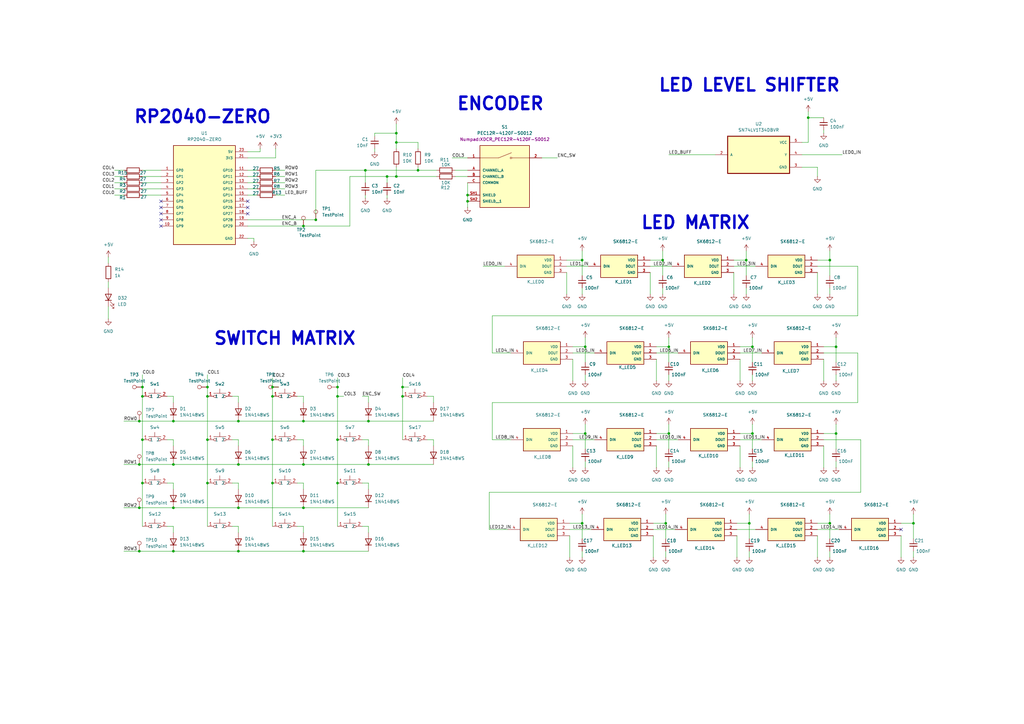
<source format=kicad_sch>
(kicad_sch (version 20250114) (generator "eeschema") (generator_version "9.0")
  (paper "A3")
  (title_block (title "Numpad2"))
  (lib_symbols
    (symbol "Connector:TestPoint" (pin_numbers (hide yes)) (pin_names (offset 0.762) (hide yes))
      (property "Reference" "TP" (at 0 6.858 0))
      (property "Value" "TestPoint" (at 0 5.08 0))
      (symbol "TestPoint_1_1"
        (pin passive line (at 0 0 90) (length 2.54) (name "1") (number "1"))
      )
    )
    (symbol "Device:C_Small" (pin_numbers (hide yes)) (pin_names (offset 0.254) (hide yes))
      (property "Reference" "C" (at 0.254 1.778 0))
      (property "Value" "C_Small" (at 0.254 -2.032 0))
      (symbol "C_Small_1_1"
        (pin passive line (at 0 2.54 270) (length 2.032) (name "~") (number "1"))
        (pin passive line (at 0 -2.54 90) (length 2.032) (name "~") (number "2"))
      )
    )
    (symbol "Device:LED" (pin_numbers (hide yes)) (pin_names (offset 1.016) (hide yes))
      (property "Reference" "D" (at 0 2.54 0))
      (property "Value" "LED" (at 0 -2.54 0))
      (symbol "LED_1_1"
        (pin passive line (at -3.81 0 0) (length 2.54) (name "K") (number "1"))
        (pin passive line (at 3.81 0 180) (length 2.54) (name "A") (number "2"))
      )
    )
    (symbol "Device:R" (pin_numbers (hide yes)) (pin_names (offset 0))
      (property "Reference" "R" (at 2.032 0 90))
      (property "Value" "R" (at 0 0 90))
      (symbol "R_1_1"
        (pin passive line (at 0 3.81 270) (length 1.27) (name "~") (number "1"))
        (pin passive line (at 0 -3.81 90) (length 1.27) (name "~") (number "2"))
      )
    )
    (symbol "Diode:1N4148WS" (pin_numbers (hide yes)) (pin_names (hide yes))
      (property "Reference" "D" (at 0 2.54 0))
      (property "Value" "1N4148WS" (at 0 -2.54 0))
      (symbol "1N4148WS_1_1"
        (pin passive line (at -3.81 0 0) (length 2.54) (name "K") (number "1"))
        (pin passive line (at 3.81 0 180) (length 2.54) (name "A") (number "2"))
      )
    )
    (symbol "Numpad2:PEC12R-4120F-S0012" (pin_names (offset 1.016))
      (property "Reference" "S" (at -10.16 10.795 0))
      (property "Value" "PEC12R-4120F-S0012" (at -10.16 -17.78 0))
      (property "Footprint" "PEC12R-4120F-S0012:XDCR_PEC12R-4120F-S0012" (at 0 0 0))
      (symbol "PEC12R-4120F-S0012_0_0"
        (pin passive line (at -15.24 5.08 0) (length 5.08) (name "~") (number "1"))
        (pin passive line (at -15.24 0 0) (length 5.08) (name "CHANNEL_A") (number "A"))
        (pin passive line (at -15.24 -2.54 0) (length 5.08) (name "CHANNEL_B") (number "B"))
        (pin passive line (at -15.24 -5.08 0) (length 5.08) (name "COMMON") (number "C"))
        (pin passive line (at -15.24 -10.16 0) (length 5.08) (name "SHIELD") (number "SH1"))
        (pin passive line (at -15.24 -12.7 0) (length 5.08) (name "SHIELD__1") (number "SH2"))
        (pin passive line (at 15.24 5.08 180) (length 5.08) (name "~") (number "2"))
      )
    )
    (symbol "Numpad2:RP2040-ZERO" (pin_names (offset 1.016))
      (property "Reference" "U" (at -12.7 21.082 0))
      (property "Value" "RP2040-ZERO" (at -12.7 -22.86 0))
      (property "Footprint" "Numpad:MODULE_RP2040-ZERO" (at 0 0 0))
      (symbol "RP2040-ZERO_0_0"
        (pin bidirectional line (at -17.78 10.16 0) (length 5.08) (name "GP0") (number "1"))
        (pin bidirectional line (at -17.78 7.62 0) (length 5.08) (name "GP1") (number "2"))
        (pin bidirectional line (at -17.78 5.08 0) (length 5.08) (name "GP2") (number "3"))
        (pin bidirectional line (at -17.78 2.54 0) (length 5.08) (name "GP3") (number "4"))
        (pin bidirectional line (at -17.78 0 0) (length 5.08) (name "GP4") (number "5"))
        (pin bidirectional line (at -17.78 -2.54 0) (length 5.08) (name "GP5") (number "6"))
        (pin bidirectional line (at -17.78 -5.08 0) (length 5.08) (name "GP6") (number "7"))
        (pin bidirectional line (at -17.78 -7.62 0) (length 5.08) (name "GP7") (number "8"))
        (pin bidirectional line (at -17.78 -10.16 0) (length 5.08) (name "GP8") (number "9"))
        (pin bidirectional line (at -17.78 -12.7 0) (length 5.08) (name "GP9") (number "10"))
        (pin power_in line (at 17.78 17.78 180) (length 5.08) (name "5V") (number "23"))
        (pin power_in line (at 17.78 15.24 180) (length 5.08) (name "3V3") (number "21"))
        (pin bidirectional line (at 17.78 10.16 180) (length 5.08) (name "GP10") (number "11"))
        (pin bidirectional line (at 17.78 7.62 180) (length 5.08) (name "GP11") (number "12"))
        (pin bidirectional line (at 17.78 5.08 180) (length 5.08) (name "GP12") (number "13"))
        (pin bidirectional line (at 17.78 2.54 180) (length 5.08) (name "GP13") (number "14"))
        (pin bidirectional line (at 17.78 0 180) (length 5.08) (name "GP14") (number "15"))
        (pin bidirectional line (at 17.78 -2.54 180) (length 5.08) (name "GP15") (number "16"))
        (pin bidirectional line (at 17.78 -5.08 180) (length 5.08) (name "GP26") (number "17"))
        (pin bidirectional line (at 17.78 -7.62 180) (length 5.08) (name "GP27") (number "18"))
        (pin bidirectional line (at 17.78 -10.16 180) (length 5.08) (name "GP28") (number "19"))
        (pin bidirectional line (at 17.78 -12.7 180) (length 5.08) (name "GP29") (number "20"))
        (pin power_in line (at 17.78 -17.78 180) (length 5.08) (name "GND") (number "22"))
      )
    )
    (symbol "Numpad2:SK6812-E" (pin_names (offset 1.016))
      (property "Reference" "D" (at -10.16 8.89 0))
      (property "Value" "SK6812-E" (at -10.16 -10.16 0))
      (symbol "SK6812-E_0_0"
        (pin input line (at -15.24 0 0) (length 5.08) (name "DIN") (number "4"))
        (pin power_in line (at 10.16 2.54 180) (length 5.08) (name "VDD") (number "1"))
        (pin output line (at 10.16 0 180) (length 5.08) (name "DOUT") (number "2"))
        (pin power_in line (at 10.16 -2.54 180) (length 5.08) (name "GND") (number "3"))
      )
    )
    (symbol "Numpad2:SN74LV1T34DBVR" (pin_names (offset 1.016))
      (property "Reference" "U" (at -12.7 8.62 0))
      (property "Value" "SN74LV1T34DBVR" (at -12.7 -11.62 0))
      (symbol "SN74LV1T34DBVR_0_0"
        (pin input line (at -17.78 0 0) (length 5.08) (name "A") (number "2"))
        (pin power_in line (at 17.78 5.08 180) (length 5.08) (name "VCC") (number "5"))
        (pin output line (at 17.78 0 180) (length 5.08) (name "Y") (number "4"))
        (pin power_in line (at 17.78 -5.08 180) (length 5.08) (name "GND") (number "3"))
      )
    )
    (symbol "Numpad2:hotswap_socket"
      (property "Reference" "Sw" (at 0.508 4.572 0))
      (symbol "hotswap_socket_0_1"
        (pin passive line (at -5.08 0 0) (length 2.54) (name "1") (number "1"))
        (pin passive line (at 5.08 0 180) (length 2.54) (name "2") (number "2"))
      )
    )
    (symbol "power:+3.3V" (power) (pin_numbers (hide yes)) (pin_names (offset 0) (hide yes))
      (property "Value" "+3.3V" (at 0 3.556 0))
      (symbol "+3.3V_1_1"
        (pin power_in line (at 0 0 90) (length 0) (name "~") (number "1"))
      )
    )
    (symbol "power:+3V3" (power) (pin_numbers (hide yes)) (pin_names (offset 0) (hide yes))
      (property "Value" "+3V3" (at 0 3.556 0))
      (symbol "+3V3_1_1"
        (pin power_in line (at 0 0 90) (length 0) (name "~") (number "1"))
      )
    )
    (symbol "power:+5V" (power) (pin_numbers (hide yes)) (pin_names (offset 0) (hide yes))
      (property "Value" "+5V" (at 0 3.556 0))
      (symbol "+5V_1_1"
        (pin power_in line (at 0 0 90) (length 0) (name "~") (number "1"))
      )
    )
    (symbol "power:GND" (power) (pin_numbers (hide yes)) (pin_names (offset 0) (hide yes))
      (property "Value" "GND" (at 0 -3.81 0))
      (symbol "GND_1_1"
        (pin power_in line (at 0 0 270) (length 0) (name "~") (number "1"))
      )
    )
  )
  (text "" (at 295.148 41.91 0) (effects (font (size 5.08 5.08) (thickness 1.016) (bold yes))))
  (text "LED MATRIX" (at 285.242 91.44 0) (effects (font (size 5.08 5.08) (thickness 1.016) (bold yes))))
  (text "ENCODER" (at 205.232 42.672 0) (effects (font (size 5.08 5.08) (thickness 1.016) (bold yes))))
  (text "SWITCH MATRIX" (at 116.84 138.938 0) (effects (font (size 5.08 5.08) (thickness 1.016) (bold yes))))
  (text "LED LEVEL SHIFTER" (at 307.34 35.052 0) (effects (font (size 5.08 5.08) (thickness 1.016) (bold yes))))
  (text "RP2040-ZERO\n" (at 83.058 48.006 0) (effects (font (size 5.08 5.08) (thickness 1.016) (bold yes))))
  (junction (at 57.15 226.06))
  (junction (at 138.43 158.75))
  (junction (at 138.43 180.34))
  (junction (at 240.03 177.8))
  (junction (at 138.43 162.56))
  (junction (at 58.42 198.12))
  (junction (at 124.46 226.06))
  (junction (at 308.61 177.8))
  (junction (at 71.12 208.28))
  (junction (at 191.77 82.55))
  (junction (at 71.12 226.06))
  (junction (at 162.56 72.39))
  (junction (at 124.46 190.5))
  (junction (at 57.15 190.5))
  (junction (at 124.46 92.71))
  (junction (at 57.15 208.28))
  (junction (at 240.03 142.24))
  (junction (at 342.9 142.24))
  (junction (at 124.46 208.28))
  (junction (at 85.09 198.12))
  (junction (at 97.79 208.28))
  (junction (at 85.09 158.75))
  (junction (at 342.9 177.8))
  (junction (at 238.76 214.63))
  (junction (at 340.36 106.68))
  (junction (at 57.15 172.72))
  (junction (at 111.76 198.12))
  (junction (at 58.42 158.75))
  (junction (at 307.34 214.63))
  (junction (at 111.76 180.34))
  (junction (at 273.05 214.63))
  (junction (at 111.76 158.75))
  (junction (at 340.36 214.63))
  (junction (at 171.45 69.85))
  (junction (at 162.56 54.61))
  (junction (at 71.12 172.72))
  (junction (at 151.13 190.5))
  (junction (at 274.32 177.8))
  (junction (at 149.86 69.85))
  (junction (at 374.65 214.63))
  (junction (at 191.77 80.01))
  (junction (at 331.47 48.26))
  (junction (at 138.43 198.12))
  (junction (at 162.56 58.42))
  (junction (at 165.1 158.75))
  (junction (at 58.42 162.56))
  (junction (at 308.61 142.24))
  (junction (at 271.78 106.68))
  (junction (at 58.42 180.34))
  (junction (at 111.76 162.56))
  (junction (at 124.46 172.72))
  (junction (at 85.09 180.34))
  (junction (at 97.79 190.5))
  (junction (at 85.09 162.56))
  (junction (at 97.79 172.72))
  (junction (at 165.1 162.56))
  (junction (at 129.54 90.17))
  (junction (at 158.75 72.39))
  (junction (at 97.79 226.06))
  (junction (at 274.32 142.24))
  (junction (at 238.76 106.68))
  (junction (at 151.13 172.72))
  (junction (at 306.07 106.68))
  (junction (at 71.12 190.5))
  (no_connect (at 101.6 82.55))
  (no_connect (at 101.6 85.09))
  (no_connect (at 369.57 217.17))
  (no_connect (at 66.04 87.63))
  (no_connect (at 66.04 82.55))
  (no_connect (at 66.04 90.17))
  (no_connect (at 101.6 87.63))
  (no_connect (at 66.04 92.71))
  (no_connect (at 66.04 85.09))
  (wire (pts (xy 68.58 180.34) (xy 71.12 180.34)))
  (wire (pts (xy 269.24 144.78) (xy 278.13 144.78)))
  (wire (pts (xy 162.56 72.39) (xy 179.07 72.39)))
  (wire (pts (xy 328.93 63.5) (xy 345.44 63.5)))
  (wire (pts (xy 171.45 69.85) (xy 179.07 69.85)))
  (wire (pts (xy 124.46 208.28) (xy 151.13 208.28)))
  (wire (pts (xy 58.42 74.93) (xy 66.04 74.93)))
  (wire (pts (xy 138.43 158.75) (xy 138.43 162.56)))
  (wire (pts (xy 274.32 63.5) (xy 293.37 63.5)))
  (wire (pts (xy 274.32 173.99) (xy 274.32 177.8)))
  (wire (pts (xy 374.65 210.82) (xy 374.65 214.63)))
  (wire (pts (xy 71.12 172.72) (xy 57.15 172.72)))
  (wire (pts (xy 106.68 60.96) (xy 106.68 62.23)))
  (wire (pts (xy 71.12 215.9) (xy 71.12 218.44)))
  (wire (pts (xy 58.42 72.39) (xy 66.04 72.39)))
  (wire (pts (xy 274.32 177.8) (xy 274.32 184.15)))
  (wire (pts (xy 307.34 210.82) (xy 307.34 214.63)))
  (wire (pts (xy 95.25 162.56) (xy 97.79 162.56)))
  (wire (pts (xy 232.41 109.22) (xy 241.3 109.22)))
  (wire (pts (xy 273.05 226.06) (xy 273.05 228.6)))
  (wire (pts (xy 44.45 115.57) (xy 44.45 118.11)))
  (wire (pts (xy 111.76 158.75) (xy 111.76 162.56)))
  (wire (pts (xy 50.8 226.06) (xy 57.15 226.06)))
  (wire (pts (xy 97.79 208.28) (xy 124.46 208.28)))
  (wire (pts (xy 342.9 138.43) (xy 342.9 142.24)))
  (wire (pts (xy 171.45 60.96) (xy 171.45 58.42)))
  (wire (pts (xy 191.77 64.77) (xy 185.42 64.77)))
  (wire (pts (xy 369.57 214.63) (xy 374.65 214.63)))
  (wire (pts (xy 58.42 77.47) (xy 66.04 77.47)))
  (wire (pts (xy 143.51 72.39) (xy 158.75 72.39)))
  (wire (pts (xy 233.68 214.63) (xy 238.76 214.63)))
  (wire (pts (xy 44.45 105.41) (xy 44.45 107.95)))
  (wire (pts (xy 113.03 77.47) (xy 116.84 77.47)))
  (wire (pts (xy 337.82 144.78) (xy 351.79 144.78)))
  (wire (pts (xy 85.09 162.56) (xy 85.09 180.34)))
  (wire (pts (xy 162.56 68.58) (xy 162.56 72.39)))
  (wire (pts (xy 143.51 72.39) (xy 143.51 92.71)))
  (wire (pts (xy 271.78 106.68) (xy 271.78 113.03)))
  (wire (pts (xy 307.34 226.06) (xy 307.34 228.6)))
  (wire (pts (xy 269.24 177.8) (xy 274.32 177.8)))
  (wire (pts (xy 271.78 118.11) (xy 271.78 120.65)))
  (wire (pts (xy 111.76 158.75) (xy 114.3 158.75)))
  (wire (pts (xy 124.46 190.5) (xy 151.13 190.5)))
  (wire (pts (xy 300.99 109.22) (xy 309.88 109.22)))
  (wire (pts (xy 71.12 208.28) (xy 97.79 208.28)))
  (wire (pts (xy 232.41 111.76) (xy 232.41 120.65)))
  (wire (pts (xy 58.42 198.12) (xy 58.42 215.9)))
  (wire (pts (xy 101.6 69.85) (xy 105.41 69.85)))
  (wire (pts (xy 201.93 129.54) (xy 201.93 144.78)))
  (wire (pts (xy 335.28 109.22) (xy 351.79 109.22)))
  (wire (pts (xy 340.36 226.06) (xy 340.36 228.6)))
  (wire (pts (xy 177.8 162.56) (xy 177.8 165.1)))
  (wire (pts (xy 337.82 147.32) (xy 337.82 156.21)))
  (wire (pts (xy 151.13 215.9) (xy 151.13 218.44)))
  (wire (pts (xy 274.32 138.43) (xy 274.32 142.24)))
  (wire (pts (xy 151.13 180.34) (xy 151.13 182.88)))
  (wire (pts (xy 240.03 138.43) (xy 240.03 142.24)))
  (wire (pts (xy 303.53 180.34) (xy 312.42 180.34)))
  (wire (pts (xy 121.92 162.56) (xy 124.46 162.56)))
  (wire (pts (xy 162.56 50.8) (xy 162.56 54.61)))
  (wire (pts (xy 85.09 180.34) (xy 85.09 198.12)))
  (wire (pts (xy 71.12 172.72) (xy 97.79 172.72)))
  (wire (pts (xy 113.03 74.93) (xy 116.84 74.93)))
  (wire (pts (xy 307.34 214.63) (xy 307.34 220.98)))
  (wire (pts (xy 351.79 129.54) (xy 201.93 129.54)))
  (wire (pts (xy 232.41 106.68) (xy 238.76 106.68)))
  (wire (pts (xy 149.86 69.85) (xy 149.86 74.93)))
  (wire (pts (xy 153.67 54.61) (xy 162.56 54.61)))
  (wire (pts (xy 337.82 142.24) (xy 342.9 142.24)))
  (wire (pts (xy 306.07 102.87) (xy 306.07 106.68)))
  (wire (pts (xy 158.75 80.01) (xy 158.75 81.28)))
  (wire (pts (xy 335.28 217.17) (xy 344.17 217.17)))
  (wire (pts (xy 85.09 198.12) (xy 85.09 215.9)))
  (wire (pts (xy 97.79 172.72) (xy 124.46 172.72)))
  (wire (pts (xy 95.25 198.12) (xy 97.79 198.12)))
  (wire (pts (xy 269.24 147.32) (xy 269.24 156.21)))
  (wire (pts (xy 50.8 77.47) (xy 46.99 77.47)))
  (wire (pts (xy 186.69 69.85) (xy 191.77 69.85)))
  (wire (pts (xy 186.69 72.39) (xy 191.77 72.39)))
  (wire (pts (xy 50.8 72.39) (xy 46.99 72.39)))
  (wire (pts (xy 71.12 198.12) (xy 71.12 200.66)))
  (wire (pts (xy 101.6 72.39) (xy 105.41 72.39)))
  (wire (pts (xy 335.28 68.58) (xy 335.28 72.39)))
  (wire (pts (xy 337.82 182.88) (xy 337.82 191.77)))
  (wire (pts (xy 328.93 58.42) (xy 331.47 58.42)))
  (wire (pts (xy 95.25 215.9) (xy 97.79 215.9)))
  (wire (pts (xy 138.43 180.34) (xy 138.43 198.12)))
  (wire (pts (xy 71.12 180.34) (xy 71.12 182.88)))
  (wire (pts (xy 149.86 69.85) (xy 171.45 69.85)))
  (wire (pts (xy 238.76 214.63) (xy 238.76 220.98)))
  (wire (pts (xy 97.79 198.12) (xy 97.79 200.66)))
  (wire (pts (xy 121.92 198.12) (xy 124.46 198.12)))
  (wire (pts (xy 269.24 180.34) (xy 278.13 180.34)))
  (wire (pts (xy 269.24 182.88) (xy 269.24 191.77)))
  (wire (pts (xy 233.68 219.71) (xy 233.68 228.6)))
  (wire (pts (xy 335.28 219.71) (xy 335.28 228.6)))
  (wire (pts (xy 149.86 80.01) (xy 149.86 81.28)))
  (wire (pts (xy 58.42 80.01) (xy 66.04 80.01)))
  (wire (pts (xy 68.58 198.12) (xy 71.12 198.12)))
  (wire (pts (xy 158.75 72.39) (xy 158.75 74.93)))
  (wire (pts (xy 342.9 153.67) (xy 342.9 156.21)))
  (wire (pts (xy 162.56 54.61) (xy 162.56 58.42)))
  (wire (pts (xy 148.59 180.34) (xy 151.13 180.34)))
  (wire (pts (xy 234.95 177.8) (xy 240.03 177.8)))
  (wire (pts (xy 177.8 180.34) (xy 177.8 182.88)))
  (wire (pts (xy 151.13 162.56) (xy 151.13 165.1)))
  (wire (pts (xy 238.76 226.06) (xy 238.76 228.6)))
  (wire (pts (xy 308.61 173.99) (xy 308.61 177.8)))
  (wire (pts (xy 57.15 172.72) (xy 50.8 172.72)))
  (wire (pts (xy 101.6 80.01) (xy 105.41 80.01)))
  (wire (pts (xy 95.25 180.34) (xy 97.79 180.34)))
  (wire (pts (xy 151.13 172.72) (xy 177.8 172.72)))
  (wire (pts (xy 340.36 106.68) (xy 340.36 113.03)))
  (wire (pts (xy 50.8 190.5) (xy 57.15 190.5)))
  (wire (pts (xy 240.03 189.23) (xy 240.03 191.77)))
  (wire (pts (xy 269.24 142.24) (xy 274.32 142.24)))
  (wire (pts (xy 138.43 162.56) (xy 140.97 162.56)))
  (wire (pts (xy 335.28 111.76) (xy 335.28 120.65)))
  (wire (pts (xy 274.32 153.67) (xy 274.32 156.21)))
  (wire (pts (xy 151.13 190.5) (xy 177.8 190.5)))
  (wire (pts (xy 85.09 153.67) (xy 85.09 158.75)))
  (wire (pts (xy 171.45 68.58) (xy 171.45 69.85)))
  (wire (pts (xy 303.53 182.88) (xy 303.53 191.77)))
  (wire (pts (xy 300.99 111.76) (xy 300.99 120.65)))
  (wire (pts (xy 153.67 55.88) (xy 153.67 54.61)))
  (wire (pts (xy 331.47 48.26) (xy 337.82 48.26)))
  (wire (pts (xy 240.03 153.67) (xy 240.03 156.21)))
  (wire (pts (xy 124.46 162.56) (xy 124.46 165.1)))
  (wire (pts (xy 124.46 198.12) (xy 124.46 200.66)))
  (wire (pts (xy 198.12 109.22) (xy 207.01 109.22)))
  (wire (pts (xy 271.78 102.87) (xy 271.78 106.68)))
  (wire (pts (xy 303.53 144.78) (xy 312.42 144.78)))
  (wire (pts (xy 337.82 53.34) (xy 337.82 54.61)))
  (wire (pts (xy 274.32 142.24) (xy 274.32 148.59)))
  (wire (pts (xy 71.12 226.06) (xy 97.79 226.06)))
  (wire (pts (xy 308.61 153.67) (xy 308.61 156.21)))
  (wire (pts (xy 58.42 162.56) (xy 58.42 180.34)))
  (wire (pts (xy 302.26 217.17) (xy 309.88 217.17)))
  (wire (pts (xy 124.46 215.9) (xy 124.46 218.44)))
  (wire (pts (xy 238.76 106.68) (xy 238.76 113.03)))
  (wire (pts (xy 233.68 217.17) (xy 242.57 217.17)))
  (wire (pts (xy 303.53 147.32) (xy 303.53 156.21)))
  (wire (pts (xy 124.46 180.34) (xy 124.46 182.88)))
  (wire (pts (xy 302.26 214.63) (xy 307.34 214.63)))
  (wire (pts (xy 351.79 165.1) (xy 201.93 165.1)))
  (wire (pts (xy 165.1 158.75) (xy 167.64 158.75)))
  (wire (pts (xy 101.6 90.17) (xy 129.54 90.17)))
  (wire (pts (xy 162.56 72.39) (xy 158.75 72.39)))
  (wire (pts (xy 46.99 69.85) (xy 50.8 69.85)))
  (wire (pts (xy 238.76 118.11) (xy 238.76 120.65)))
  (wire (pts (xy 302.26 219.71) (xy 302.26 228.6)))
  (wire (pts (xy 273.05 210.82) (xy 273.05 214.63)))
  (wire (pts (xy 57.15 226.06) (xy 71.12 226.06)))
  (wire (pts (xy 351.79 144.78) (xy 351.79 165.1)))
  (wire (pts (xy 335.28 214.63) (xy 340.36 214.63)))
  (wire (pts (xy 101.6 92.71) (xy 124.46 92.71)))
  (wire (pts (xy 138.43 162.56) (xy 138.43 180.34)))
  (wire (pts (xy 308.61 177.8) (xy 308.61 184.15)))
  (wire (pts (xy 266.7 106.68) (xy 271.78 106.68)))
  (wire (pts (xy 308.61 138.43) (xy 308.61 142.24)))
  (wire (pts (xy 306.07 106.68) (xy 306.07 113.03)))
  (wire (pts (xy 340.36 118.11) (xy 340.36 120.65)))
  (wire (pts (xy 374.65 226.06) (xy 374.65 228.6)))
  (wire (pts (xy 342.9 177.8) (xy 342.9 184.15)))
  (wire (pts (xy 113.03 80.01) (xy 116.84 80.01)))
  (wire (pts (xy 175.26 162.56) (xy 177.8 162.56)))
  (wire (pts (xy 101.6 74.93) (xy 105.41 74.93)))
  (wire (pts (xy 267.97 217.17) (xy 276.86 217.17)))
  (wire (pts (xy 240.03 177.8) (xy 240.03 184.15)))
  (wire (pts (xy 121.92 180.34) (xy 124.46 180.34)))
  (wire (pts (xy 200.66 217.17) (xy 208.28 217.17)))
  (wire (pts (xy 71.12 162.56) (xy 71.12 165.1)))
  (wire (pts (xy 266.7 109.22) (xy 275.59 109.22)))
  (wire (pts (xy 331.47 58.42) (xy 331.47 48.26)))
  (wire (pts (xy 165.1 162.56) (xy 165.1 180.34)))
  (wire (pts (xy 44.45 125.73) (xy 44.45 130.81)))
  (wire (pts (xy 342.9 189.23) (xy 342.9 191.77)))
  (wire (pts (xy 101.6 77.47) (xy 105.41 77.47)))
  (wire (pts (xy 201.93 165.1) (xy 201.93 180.34)))
  (wire (pts (xy 234.95 142.24) (xy 240.03 142.24)))
  (wire (pts (xy 58.42 69.85) (xy 66.04 69.85)))
  (wire (pts (xy 308.61 189.23) (xy 308.61 191.77)))
  (wire (pts (xy 111.76 154.94) (xy 111.76 158.75)))
  (wire (pts (xy 374.65 214.63) (xy 374.65 220.98)))
  (wire (pts (xy 97.79 190.5) (xy 124.46 190.5)))
  (wire (pts (xy 340.36 210.82) (xy 340.36 214.63)))
  (wire (pts (xy 267.97 214.63) (xy 273.05 214.63)))
  (wire (pts (xy 121.92 215.9) (xy 124.46 215.9)))
  (wire (pts (xy 111.76 198.12) (xy 111.76 215.9)))
  (wire (pts (xy 222.25 64.77) (xy 228.6 64.77)))
  (wire (pts (xy 151.13 198.12) (xy 151.13 200.66)))
  (wire (pts (xy 240.03 142.24) (xy 240.03 148.59)))
  (wire (pts (xy 113.03 64.77) (xy 101.6 64.77)))
  (wire (pts (xy 200.66 201.93) (xy 200.66 217.17)))
  (wire (pts (xy 58.42 180.34) (xy 58.42 198.12)))
  (wire (pts (xy 111.76 162.56) (xy 111.76 180.34)))
  (wire (pts (xy 143.51 92.71) (xy 124.46 92.71)))
  (wire (pts (xy 138.43 198.12) (xy 138.43 215.9)))
  (wire (pts (xy 58.42 158.75) (xy 58.42 162.56)))
  (wire (pts (xy 234.95 180.34) (xy 243.84 180.34)))
  (wire (pts (xy 238.76 102.87) (xy 238.76 106.68)))
  (wire (pts (xy 153.67 60.96) (xy 153.67 62.23)))
  (wire (pts (xy 369.57 219.71) (xy 369.57 228.6)))
  (wire (pts (xy 238.76 210.82) (xy 238.76 214.63)))
  (wire (pts (xy 113.03 69.85) (xy 116.84 69.85)))
  (wire (pts (xy 342.9 142.24) (xy 342.9 148.59)))
  (wire (pts (xy 148.59 198.12) (xy 151.13 198.12)))
  (wire (pts (xy 300.99 106.68) (xy 306.07 106.68)))
  (wire (pts (xy 97.79 226.06) (xy 124.46 226.06)))
  (wire (pts (xy 306.07 118.11) (xy 306.07 120.65)))
  (wire (pts (xy 240.03 173.99) (xy 240.03 177.8)))
  (wire (pts (xy 191.77 80.01) (xy 191.77 82.55)))
  (wire (pts (xy 106.68 62.23) (xy 101.6 62.23)))
  (wire (pts (xy 50.8 74.93) (xy 46.99 74.93)))
  (wire (pts (xy 303.53 177.8) (xy 308.61 177.8)))
  (wire (pts (xy 328.93 68.58) (xy 335.28 68.58)))
  (wire (pts (xy 191.77 85.09) (xy 191.77 82.55)))
  (wire (pts (xy 148.59 215.9) (xy 151.13 215.9)))
  (wire (pts (xy 97.79 215.9) (xy 97.79 218.44)))
  (wire (pts (xy 97.79 180.34) (xy 97.79 182.88)))
  (wire (pts (xy 104.14 99.06) (xy 104.14 97.79)))
  (wire (pts (xy 201.93 180.34) (xy 209.55 180.34)))
  (wire (pts (xy 111.76 180.34) (xy 111.76 198.12)))
  (wire (pts (xy 234.95 147.32) (xy 234.95 156.21)))
  (wire (pts (xy 129.54 69.85) (xy 149.86 69.85)))
  (wire (pts (xy 68.58 162.56) (xy 71.12 162.56)))
  (wire (pts (xy 97.79 162.56) (xy 97.79 165.1)))
  (wire (pts (xy 337.82 177.8) (xy 342.9 177.8)))
  (wire (pts (xy 353.06 180.34) (xy 353.06 201.93)))
  (wire (pts (xy 351.79 109.22) (xy 351.79 129.54)))
  (wire (pts (xy 340.36 214.63) (xy 340.36 220.98)))
  (wire (pts (xy 129.54 69.85) (xy 129.54 90.17)))
  (wire (pts (xy 191.77 74.93) (xy 191.77 80.01)))
  (wire (pts (xy 267.97 219.71) (xy 267.97 228.6)))
  (wire (pts (xy 162.56 58.42) (xy 162.56 60.96)))
  (wire (pts (xy 50.8 208.28) (xy 57.15 208.28)))
  (wire (pts (xy 58.42 153.67) (xy 58.42 158.75)))
  (wire (pts (xy 342.9 173.99) (xy 342.9 177.8)))
  (wire (pts (xy 337.82 180.34) (xy 353.06 180.34)))
  (wire (pts (xy 303.53 142.24) (xy 308.61 142.24)))
  (wire (pts (xy 124.46 226.06) (xy 151.13 226.06)))
  (wire (pts (xy 335.28 106.68) (xy 340.36 106.68)))
  (wire (pts (xy 165.1 154.94) (xy 165.1 158.75)))
  (wire (pts (xy 57.15 208.28) (xy 71.12 208.28)))
  (wire (pts (xy 234.95 144.78) (xy 243.84 144.78)))
  (wire (pts (xy 165.1 158.75) (xy 165.1 162.56)))
  (wire (pts (xy 175.26 180.34) (xy 177.8 180.34)))
  (wire (pts (xy 234.95 182.88) (xy 234.95 191.77)))
  (wire (pts (xy 124.46 172.72) (xy 151.13 172.72)))
  (wire (pts (xy 340.36 102.87) (xy 340.36 106.68)))
  (wire (pts (xy 353.06 201.93) (xy 200.66 201.93)))
  (wire (pts (xy 274.32 189.23) (xy 274.32 191.77)))
  (wire (pts (xy 85.09 158.75) (xy 85.09 162.56)))
  (wire (pts (xy 57.15 190.5) (xy 71.12 190.5)))
  (wire (pts (xy 148.59 162.56) (xy 151.13 162.56)))
  (wire (pts (xy 138.43 154.94) (xy 138.43 158.75)))
  (wire (pts (xy 162.56 58.42) (xy 171.45 58.42)))
  (wire (pts (xy 50.8 80.01) (xy 46.99 80.01)))
  (wire (pts (xy 201.93 144.78) (xy 209.55 144.78)))
  (wire (pts (xy 113.03 72.39) (xy 116.84 72.39)))
  (wire (pts (xy 308.61 142.24) (xy 308.61 148.59)))
  (wire (pts (xy 113.03 60.96) (xy 113.03 64.77)))
  (wire (pts (xy 266.7 111.76) (xy 266.7 120.65)))
  (wire (pts (xy 331.47 48.26) (xy 331.47 45.72)))
  (wire (pts (xy 71.12 190.5) (xy 97.79 190.5)))
  (wire (pts (xy 68.58 215.9) (xy 71.12 215.9)))
  (wire (pts (xy 273.05 214.63) (xy 273.05 220.98)))
  (wire (pts (xy 104.14 97.79) (xy 101.6 97.79)))
  (label "ENC_SW" (at 228.6 64.77 0))
  (label "LED7_IN" (at 304.8 144.78 0))
  (label "LED4_IN" (at 203.2 144.78 0))
  (label "LED6_IN" (at 270.51 144.78 0))
  (label "LED5_IN" (at 236.22 144.78 0))
  (label "LED0_IN" (at 345.44 63.5 0))
  (label "LED_3IN" (at 302.26 109.22 0))
  (label "LED1_IN" (at 233.68 109.22 0))
  (label "LED2_IN" (at 267.97 109.22 0))
  (label "ROW0" (at 50.8 172.72 0))
  (label "ROW1" (at 50.8 190.5 0))
  (label "ROW2" (at 50.8 208.28 0))
  (label "ROW3" (at 50.8 226.06 0))
  (label "ROW0" (at 116.84 69.85 0))
  (label "ROW1" (at 116.84 72.39 0))
  (label "ROW2" (at 116.84 74.93 0))
  (label "ROW3" (at 116.84 77.47 0))
  (label "ENC_A" (at 115.57 90.17 0))
  (label "ENC_B" (at 115.57 92.71 0))
  (label "COL1" (at 46.99 77.47 180))
  (label "COL2" (at 46.99 74.93 180))
  (label "COL3" (at 46.99 72.39 180))
  (label "COL0" (at 46.99 80.01 180))
  (label "LED14_IN" (at 336.55 217.17 0))
  (label "COL4" (at 165.1 154.94 0))
  (label "COL0" (at 58.42 153.67 0))
  (label "COL1" (at 85.09 153.67 0))
  (label "COL2" (at 111.76 154.94 0))
  (label "COL3" (at 138.43 154.94 0))
  (label "ENC_SW" (at 148.59 162.56 0))
  (label "LED_BUFF" (at 116.84 80.01 0))
  (label "COL3" (at 140.97 162.56 0))
  (label "LED0_IN" (at 198.12 109.22 0))
  (label "COL4" (at 46.99 69.85 180))
  (label "COL3" (at 185.42 64.77 0))
  (label "LED10_IN" (at 270.51 180.34 0))
  (label "LED11_IN" (at 304.8 180.34 0))
  (label "LED8_IN" (at 203.2 180.34 0))
  (label "LED12_IN" (at 200.66 217.17 0))
  (label "LED9_IN" (at 237.49 180.34 0))
  (label "LED13_IN" (at 234.95 217.17 0))
  (label "LED14_IN" (at 269.24 217.17 0))
  (label "LED_BUFF" (at 274.32 63.5 0))
  (symbol (lib_id "Diode:1N4148WS") (at 71.12 168.91 90) (unit 1)
    (property "Reference" "D1" (at 73.66 167.6399 90) (effects (justify right)))
    (property "Value" "1N4148WS" (at 73.66 170.1799 90) (effects (justify right)))
    (property "Footprint" "Numpad:D_SOD-323" (effects (hide yes)))
    (property "Datasheet" "https://www.vishay.com/docs/85751/1n4148ws.pdf" (effects (hide yes)))
    (property "Description" "75V 0.15A Fast switching Diode, SOD-323" (effects (hide yes)))
    (property "Sim.Device" "D" (effects (hide yes)))
    (property "Sim.Pins" "1=K 2=A" (effects (hide yes)))
  )
  (symbol (lib_id "Numpad2:SK6812-E") (at 325.12 109.22 0) (unit 1)
    (property "Reference" "K_LED3" (at 322.58 115.824 0))
    (property "Value" "SK6812-E" (at 325.12 99.06 0))
    (property "Footprint" "Numpad:LED_SK6812-E" (effects (hide yes)))
    (property "Datasheet" "https://cdn-shop.adafruit.com/product-files/4960/4960_SK6812MINI-E_REV02_EN.pdf" (effects (hide yes)))
    (property "MF" "DONGGUANG OPSCO OPTOELECTRONICS CO., LTD" (effects (hide yes)))
    (property "MAXIMUM_PACKAGE_HEIGHT" "0.84mm" (effects (hide yes)))
    (property "Package" "Package" (effects (hide yes)))
    (property "Price" "None" (effects (hide yes)))
    (property "Check_prices" "https://www.snapeda.com/parts/SK6812-E/DONGGUANG+OPSCO+OPTOELECTRONICS+CO.%252C+LTD/view-part/?ref=eda" (effects (hide yes)))
    (property "STANDARD" "Manufacturer recommendations" (effects (hide yes)))
    (property "PARTREV" "2" (effects (hide yes)))
    (property "SnapEDA_Link" "https://www.snapeda.com/parts/SK6812-E/DONGGUANG+OPSCO+OPTOELECTRONICS+CO.%252C+LTD/view-part/?ref=snap" (effects (hide yes)))
    (property "MP" "SK6812-E" (effects (hide yes)))
    (property "Description_1" "SK6812MINI-E is a smart LED control circuit and light emitting circuit in one controlled LED source, which has the shape of a 3528  LED chip." (effects (hide yes)))
    (property "Availability" "Not in stock" (effects (hide yes)))
    (property "MANUFACTURER" "DONGGUANG OPSCO" (effects (hide yes)))
  )
  (symbol (lib_id "Device:R") (at 54.61 72.39 270) (unit 1)
    (property "Reference" "R4" (at 50.292 73.406 90))
    (property "Value" "27" (at 58.674 73.406 90))
    (property "Footprint" "Resistor_SMD:R_0402_1005Metric_Pad0.72x0.64mm_HandSolder" (effects (hide yes)))
    (property "Description" "Resistor" (effects (hide yes)))
  )
  (symbol (lib_id "power:+3V3") (at 374.65 210.82 0) (unit 1)
    (property "Reference" "#PWR060" (effects (hide yes)))
    (property "Value" "+5V" (at 374.65 205.74 0))
    (property "Description" "Power symbol creates a global label with name \"+3V3\"" (effects (hide yes)))
  )
  (symbol (lib_id "power:+3V3") (at 238.76 102.87 0) (unit 1)
    (property "Reference" "#PWR013" (effects (hide yes)))
    (property "Value" "+5V" (at 238.76 97.79 0))
    (property "Description" "Power symbol creates a global label with name \"+3V3\"" (effects (hide yes)))
  )
  (symbol (lib_id "Diode:1N4148WS") (at 124.46 168.91 90) (unit 1)
    (property "Reference" "D3" (at 127 167.6399 90) (effects (justify right)))
    (property "Value" "1N4148WS" (at 127 170.1799 90) (effects (justify right)))
    (property "Footprint" "Numpad:D_SOD-323" (effects (hide yes)))
    (property "Datasheet" "https://www.vishay.com/docs/85751/1n4148ws.pdf" (effects (hide yes)))
    (property "Description" "75V 0.15A Fast switching Diode, SOD-323" (effects (hide yes)))
    (property "Sim.Device" "D" (effects (hide yes)))
    (property "Sim.Pins" "1=K 2=A" (effects (hide yes)))
  )
  (symbol (lib_id "power:GND") (at 44.45 130.81 0) (unit 1)
    (property "Reference" "#PWR058" (effects (hide yes)))
    (property "Value" "GND" (at 44.45 135.89 0))
    (property "Description" "Power symbol creates a global label with name \"GND\" , ground" (effects (hide yes)))
  )
  (symbol (lib_id "Diode:1N4148WS") (at 97.79 186.69 90) (unit 1)
    (property "Reference" "D6" (at 100.33 185.4199 90) (effects (justify right)))
    (property "Value" "1N4148WS" (at 100.33 187.9599 90) (effects (justify right)))
    (property "Footprint" "Numpad:D_SOD-323" (effects (hide yes)))
    (property "Datasheet" "https://www.vishay.com/docs/85751/1n4148ws.pdf" (effects (hide yes)))
    (property "Description" "75V 0.15A Fast switching Diode, SOD-323" (effects (hide yes)))
    (property "Sim.Device" "D" (effects (hide yes)))
    (property "Sim.Pins" "1=K 2=A" (effects (hide yes)))
  )
  (symbol (lib_id "power:GND") (at 233.68 228.6 0) (unit 1)
    (property "Reference" "#PWR048" (effects (hide yes)))
    (property "Value" "GND" (at 233.68 233.68 0))
    (property "Description" "Power symbol creates a global label with name \"GND\" , ground" (effects (hide yes)))
  )
  (symbol (lib_id "Device:C_Small") (at 153.67 58.42 0) (unit 1)
    (property "Reference" "C1" (at 151.13 57.1562 0) (effects (justify right)))
    (property "Value" "10nF" (at 151.13 59.6962 0) (effects (justify right)))
    (property "Footprint" "Capacitor_SMD:C_0402_1005Metric_Pad0.74x0.62mm_HandSolder" (effects (hide yes)))
    (property "Description" "Unpolarized capacitor, small symbol" (effects (hide yes)))
  )
  (symbol (lib_id "Numpad2:SK6812-E") (at 359.41 217.17 0) (unit 1)
    (property "Reference" "K_LED16" (at 356.362 224.79 0))
    (property "Value" "SK6812-E" (at 359.41 207.01 0))
    (property "Footprint" "Numpad:LED_SK6812-E" (effects (hide yes)))
    (property "Datasheet" "https://cdn-shop.adafruit.com/product-files/4960/4960_SK6812MINI-E_REV02_EN.pdf" (effects (hide yes)))
    (property "MF" "DONGGUANG OPSCO OPTOELECTRONICS CO., LTD" (effects (hide yes)))
    (property "MAXIMUM_PACKAGE_HEIGHT" "0.84mm" (effects (hide yes)))
    (property "Package" "Package" (effects (hide yes)))
    (property "Price" "None" (effects (hide yes)))
    (property "Check_prices" "https://www.snapeda.com/parts/SK6812-E/DONGGUANG+OPSCO+OPTOELECTRONICS+CO.%252C+LTD/view-part/?ref=eda" (effects (hide yes)))
    (property "STANDARD" "Manufacturer recommendations" (effects (hide yes)))
    (property "PARTREV" "2" (effects (hide yes)))
    (property "SnapEDA_Link" "https://www.snapeda.com/parts/SK6812-E/DONGGUANG+OPSCO+OPTOELECTRONICS+CO.%252C+LTD/view-part/?ref=snap" (effects (hide yes)))
    (property "MP" "SK6812-E" (effects (hide yes)))
    (property "Description_1" "SK6812MINI-E is a smart LED control circuit and light emitting circuit in one controlled LED source, which has the shape of a 3528  LED chip." (effects (hide yes)))
    (property "Availability" "Not in stock" (effects (hide yes)))
    (property "MANUFACTURER" "DONGGUANG OPSCO" (effects (hide yes)))
  )
  (symbol (lib_id "Numpad2:SN74LV1T34DBVR") (at 311.15 63.5 0) (unit 1)
    (property "Reference" "U2" (at 311.15 50.8 0))
    (property "Value" "SN74LV1T34DBVR" (at 311.15 53.34 0))
    (property "Footprint" "Numpad:SOT95P280X145-5N" (effects (hide yes)))
    (property "Datasheet" "https://www.ti.com/general/docs/suppproductinfo.tsp?distId=10&gotoUrl=https%3A%2F%2Fwww.ti.com%2Flit%2Fgpn%2Fsn74lv1t34" (effects (hide yes)))
  )
  (symbol (lib_id "Numpad2:SK6812-E") (at 290.83 109.22 0) (unit 1)
    (property "Reference" "K_LED2" (at 288.036 116.078 0))
    (property "Value" "SK6812-E" (at 290.83 99.06 0))
    (property "Footprint" "Numpad:LED_SK6812-E" (effects (hide yes)))
    (property "Datasheet" "https://cdn-shop.adafruit.com/product-files/4960/4960_SK6812MINI-E_REV02_EN.pdf" (effects (hide yes)))
    (property "MF" "DONGGUANG OPSCO OPTOELECTRONICS CO., LTD" (effects (hide yes)))
    (property "MAXIMUM_PACKAGE_HEIGHT" "0.84mm" (effects (hide yes)))
    (property "Package" "Package" (effects (hide yes)))
    (property "Price" "None" (effects (hide yes)))
    (property "Check_prices" "https://www.snapeda.com/parts/SK6812-E/DONGGUANG+OPSCO+OPTOELECTRONICS+CO.%252C+LTD/view-part/?ref=eda" (effects (hide yes)))
    (property "STANDARD" "Manufacturer recommendations" (effects (hide yes)))
    (property "PARTREV" "2" (effects (hide yes)))
    (property "SnapEDA_Link" "https://www.snapeda.com/parts/SK6812-E/DONGGUANG+OPSCO+OPTOELECTRONICS+CO.%252C+LTD/view-part/?ref=snap" (effects (hide yes)))
    (property "MP" "SK6812-E" (effects (hide yes)))
    (property "Description_1" "SK6812MINI-E is a smart LED control circuit and light emitting circuit in one controlled LED source, which has the shape of a 3528  LED chip." (effects (hide yes)))
    (property "Availability" "Not in stock" (effects (hide yes)))
    (property "MANUFACTURER" "DONGGUANG OPSCO" (effects (hide yes)))
  )
  (symbol (lib_id "power:+3V3") (at 306.07 102.87 0) (unit 1)
    (property "Reference" "#PWR019" (effects (hide yes)))
    (property "Value" "+5V" (at 306.07 97.79 0))
    (property "Description" "Power symbol creates a global label with name \"+3V3\"" (effects (hide yes)))
  )
  (symbol (lib_id "Numpad2:hotswap_socket") (at 90.17 198.12 0) (unit 1)
    (property "Reference" "Sw9" (at 90.17 193.04 0))
    (property "Footprint" "PCM_Switch_Keyboard_Hotswap_Kailh:SW_Hotswap_Kailh_MX" (effects (hide yes)))
  )
  (symbol (lib_id "Device:C_Small") (at 308.61 186.69 0) (unit 1)
    (property "Reference" "C15" (at 312.928 184.912 0) (effects (justify right)))
    (property "Value" "100nF" (at 315.722 189.23 0) (effects (justify right)))
    (property "Footprint" "Capacitor_SMD:C_0402_1005Metric_Pad0.74x0.62mm_HandSolder" (effects (hide yes)))
    (property "Description" "Unpolarized capacitor, small symbol" (effects (hide yes)))
  )
  (symbol (lib_id "Numpad2:hotswap_socket") (at 116.84 162.56 0) (unit 1)
    (property "Reference" "Sw3" (at 116.84 157.48 0))
    (property "Footprint" "PCM_Switch_Keyboard_Hotswap_Kailh:SW_Hotswap_Kailh_MX" (effects (hide yes)))
  )
  (symbol (lib_id "power:+3V3") (at 274.32 173.99 0) (unit 1)
    (property "Reference" "#PWR040" (effects (hide yes)))
    (property "Value" "+5V" (at 274.32 168.91 0))
    (property "Description" "Power symbol creates a global label with name \"+3V3\"" (effects (hide yes)))
  )
  (symbol (lib_id "power:GND") (at 271.78 120.65 0) (unit 1)
    (property "Reference" "#PWR017" (effects (hide yes)))
    (property "Value" "GND" (at 271.78 125.73 0))
    (property "Description" "Power symbol creates a global label with name \"GND\" , ground" (effects (hide yes)))
  )
  (symbol (lib_id "power:+3V3") (at 274.32 138.43 0) (unit 1)
    (property "Reference" "#PWR028" (effects (hide yes)))
    (property "Value" "+5V" (at 274.32 133.35 0))
    (property "Description" "Power symbol creates a global label with name \"+3V3\"" (effects (hide yes)))
  )
  (symbol (lib_id "Connector:TestPoint") (at 138.43 158.75 90) (unit 1)
    (property "Reference" "TP6" (at 135.128 153.67 90))
    (property "Value" "TestPoint" (at 135.128 156.21 90))
    (property "Footprint" "TestPoint:TestPoint_Pad_1.0x1.0mm" (effects (hide yes)))
    (property "Description" "test point" (effects (hide yes)))
  )
  (symbol (lib_id "Numpad2:hotswap_socket") (at 63.5 180.34 0) (unit 1)
    (property "Reference" "Sw4" (at 63.5 175.26 0))
    (property "Footprint" "PCM_Switch_Keyboard_Hotswap_Kailh:SW_Hotswap_Kailh_MX" (effects (hide yes)))
  )
  (symbol (lib_id "Device:R") (at 54.61 69.85 270) (unit 1)
    (property "Reference" "R15" (at 50.292 70.866 90))
    (property "Value" "27" (at 58.674 70.866 90))
    (property "Footprint" "Resistor_SMD:R_0402_1005Metric_Pad0.72x0.64mm_HandSolder" (effects (hide yes)))
    (property "Description" "Resistor" (effects (hide yes)))
  )
  (symbol (lib_id "Device:C_Small") (at 240.03 186.69 0) (unit 1)
    (property "Reference" "C13" (at 244.348 184.912 0) (effects (justify right)))
    (property "Value" "100nF" (at 247.142 189.23 0) (effects (justify right)))
    (property "Footprint" "Capacitor_SMD:C_0402_1005Metric_Pad0.74x0.62mm_HandSolder" (effects (hide yes)))
    (property "Description" "Unpolarized capacitor, small symbol" (effects (hide yes)))
  )
  (symbol (lib_id "Connector:TestPoint") (at 129.54 90.17 0) (unit 1)
    (property "Reference" "TP1" (at 132.08 85.5979 0) (effects (justify left)))
    (property "Value" "TestPoint" (at 132.08 88.1379 0) (effects (justify left)))
    (property "Footprint" "TestPoint:TestPoint_Pad_1.0x1.0mm" (effects (hide yes)))
    (property "Description" "test point" (effects (hide yes)))
  )
  (symbol (lib_id "Numpad2:hotswap_socket") (at 63.5 215.9 0) (unit 1)
    (property "Reference" "Sw12" (at 63.5 210.82 0))
    (property "Footprint" "PCM_Switch_Keyboard_Hotswap_Kailh:SW_Hotswap_Kailh_MX" (effects (hide yes)))
  )
  (symbol (lib_id "power:GND") (at 104.14 99.06 0) (unit 1)
    (property "Reference" "#PWR03" (effects (hide yes)))
    (property "Value" "GND" (at 104.14 104.14 0))
    (property "Description" "Power symbol creates a global label with name \"GND\" , ground" (effects (hide yes)))
  )
  (symbol (lib_id "power:GND") (at 267.97 228.6 0) (unit 1)
    (property "Reference" "#PWR051" (effects (hide yes)))
    (property "Value" "GND" (at 267.97 233.68 0))
    (property "Description" "Power symbol creates a global label with name \"GND\" , ground" (effects (hide yes)))
  )
  (symbol (lib_id "Numpad2:hotswap_socket") (at 143.51 180.34 0) (unit 1)
    (property "Reference" "Sw7" (at 143.51 175.26 0))
    (property "Footprint" "PCM_Switch_Keyboard_Hotswap_Kailh:SW_Hotswap_Kailh_MX" (effects (hide yes)))
  )
  (symbol (lib_id "power:GND") (at 274.32 156.21 0) (unit 1)
    (property "Reference" "#PWR029" (effects (hide yes)))
    (property "Value" "GND" (at 274.32 161.29 0))
    (property "Description" "Power symbol creates a global label with name \"GND\" , ground" (effects (hide yes)))
  )
  (symbol (lib_id "power:GND") (at 337.82 54.61 0) (unit 1)
    (property "Reference" "#PWR011" (effects (hide yes)))
    (property "Value" "GND" (at 337.82 59.69 0))
    (property "Description" "Power symbol creates a global label with name \"GND\" , ground" (effects (hide yes)))
  )
  (symbol (lib_id "power:GND") (at 303.53 191.77 0) (unit 1)
    (property "Reference" "#PWR042" (effects (hide yes)))
    (property "Value" "GND" (at 303.53 196.85 0))
    (property "Description" "Power symbol creates a global label with name \"GND\" , ground" (effects (hide yes)))
  )
  (symbol (lib_id "power:GND") (at 340.36 120.65 0) (unit 1)
    (property "Reference" "#PWR023" (effects (hide yes)))
    (property "Value" "GND" (at 340.36 125.73 0))
    (property "Description" "Power symbol creates a global label with name \"GND\" , ground" (effects (hide yes)))
  )
  (symbol (lib_id "Diode:1N4148WS") (at 151.13 186.69 90) (unit 1)
    (property "Reference" "D8" (at 153.67 185.4199 90) (effects (justify right)))
    (property "Value" "1N4148WS" (at 153.67 187.9599 90) (effects (justify right)))
    (property "Footprint" "Numpad:D_SOD-323" (effects (hide yes)))
    (property "Datasheet" "https://www.vishay.com/docs/85751/1n4148ws.pdf" (effects (hide yes)))
    (property "Description" "75V 0.15A Fast switching Diode, SOD-323" (effects (hide yes)))
    (property "Sim.Device" "D" (effects (hide yes)))
    (property "Sim.Pins" "1=K 2=A" (effects (hide yes)))
  )
  (symbol (lib_id "power:GND") (at 269.24 156.21 0) (unit 1)
    (property "Reference" "#PWR027" (effects (hide yes)))
    (property "Value" "GND" (at 269.24 161.29 0))
    (property "Description" "Power symbol creates a global label with name \"GND\" , ground" (effects (hide yes)))
  )
  (symbol (lib_id "power:+3V3") (at 113.03 60.96 0) (unit 1)
    (property "Reference" "#PWR01" (effects (hide yes)))
    (property "Value" "+3V3" (at 113.03 55.88 0))
    (property "Description" "Power symbol creates a global label with name \"+3V3\"" (effects (hide yes)))
  )
  (symbol (lib_id "power:GND") (at 335.28 228.6 0) (unit 1)
    (property "Reference" "#PWR061" (effects (hide yes)))
    (property "Value" "GND" (at 335.28 233.68 0))
    (property "Description" "Power symbol creates a global label with name \"GND\" , ground" (effects (hide yes)))
  )
  (symbol (lib_id "power:+3V3") (at 308.61 138.43 0) (unit 1)
    (property "Reference" "#PWR031" (effects (hide yes)))
    (property "Value" "+5V" (at 308.61 133.35 0))
    (property "Description" "Power symbol creates a global label with name \"+3V3\"" (effects (hide yes)))
  )
  (symbol (lib_id "power:+3V3") (at 238.76 210.82 0) (unit 1)
    (property "Reference" "#PWR049" (effects (hide yes)))
    (property "Value" "+5V" (at 238.76 205.74 0))
    (property "Description" "Power symbol creates a global label with name \"+3V3\"" (effects (hide yes)))
  )
  (symbol (lib_id "power:GND") (at 240.03 156.21 0) (unit 1)
    (property "Reference" "#PWR026" (effects (hide yes)))
    (property "Value" "GND" (at 240.03 161.29 0))
    (property "Description" "Power symbol creates a global label with name \"GND\" , ground" (effects (hide yes)))
  )
  (symbol (lib_id "Device:C_Small") (at 274.32 151.13 0) (unit 1)
    (property "Reference" "C10" (at 278.638 149.352 0) (effects (justify right)))
    (property "Value" "100nF" (at 281.432 153.67 0) (effects (justify right)))
    (property "Footprint" "Capacitor_SMD:C_0402_1005Metric_Pad0.74x0.62mm_HandSolder" (effects (hide yes)))
    (property "Description" "Unpolarized capacitor, small symbol" (effects (hide yes)))
  )
  (symbol (lib_id "Numpad2:hotswap_socket") (at 90.17 180.34 0) (unit 1)
    (property "Reference" "Sw5" (at 90.17 175.26 0))
    (property "Footprint" "PCM_Switch_Keyboard_Hotswap_Kailh:SW_Hotswap_Kailh_MX" (effects (hide yes)))
  )
  (symbol (lib_id "power:GND") (at 374.65 228.6 0) (unit 1)
    (property "Reference" "#PWR064" (effects (hide yes)))
    (property "Value" "GND" (at 374.65 233.68 0))
    (property "Description" "Power symbol creates a global label with name \"GND\" , ground" (effects (hide yes)))
  )
  (symbol (lib_id "power:+3.3V") (at 162.56 50.8 0) (unit 1)
    (property "Reference" "#PWR05" (effects (hide yes)))
    (property "Value" "+5V" (at 162.56 45.72 0))
    (property "Description" "Power symbol creates a global label with name \"+3.3V\"" (effects (hide yes)))
  )
  (symbol (lib_id "Numpad2:SK6812-E") (at 259.08 144.78 0) (unit 1)
    (property "Reference" "K_LED5" (at 257.302 150.622 0))
    (property "Value" "SK6812-E" (at 259.08 134.62 0))
    (property "Footprint" "Numpad:LED_SK6812-E" (effects (hide yes)))
    (property "Datasheet" "https://cdn-shop.adafruit.com/product-files/4960/4960_SK6812MINI-E_REV02_EN.pdf" (effects (hide yes)))
    (property "MF" "DONGGUANG OPSCO OPTOELECTRONICS CO., LTD" (effects (hide yes)))
    (property "MAXIMUM_PACKAGE_HEIGHT" "0.84mm" (effects (hide yes)))
    (property "Package" "Package" (effects (hide yes)))
    (property "Price" "None" (effects (hide yes)))
    (property "Check_prices" "https://www.snapeda.com/parts/SK6812-E/DONGGUANG+OPSCO+OPTOELECTRONICS+CO.%252C+LTD/view-part/?ref=eda" (effects (hide yes)))
    (property "STANDARD" "Manufacturer recommendations" (effects (hide yes)))
    (property "PARTREV" "2" (effects (hide yes)))
    (property "SnapEDA_Link" "https://www.snapeda.com/parts/SK6812-E/DONGGUANG+OPSCO+OPTOELECTRONICS+CO.%252C+LTD/view-part/?ref=snap" (effects (hide yes)))
    (property "MP" "SK6812-E" (effects (hide yes)))
    (property "Description_1" "SK6812MINI-E is a smart LED control circuit and light emitting circuit in one controlled LED source, which has the shape of a 3528  LED chip." (effects (hide yes)))
    (property "Availability" "Not in stock" (effects (hide yes)))
    (property "MANUFACTURER" "DONGGUANG OPSCO" (effects (hide yes)))
  )
  (symbol (lib_id "Numpad2:hotswap_socket") (at 143.51 198.12 0) (unit 1)
    (property "Reference" "Sw11" (at 143.51 193.04 0))
    (property "Footprint" "PCM_Switch_Keyboard_Hotswap_Kailh:SW_Hotswap_Kailh_MX" (effects (hide yes)))
  )
  (symbol (lib_id "Device:R") (at 182.88 72.39 90) (unit 1)
    (property "Reference" "R12" (at 182.626 76.962 90))
    (property "Value" "10K" (at 182.88 74.93 90))
    (property "Footprint" "Resistor_SMD:R_0402_1005Metric_Pad0.72x0.64mm_HandSolder" (effects (hide yes)))
    (property "Description" "Resistor" (effects (hide yes)))
  )
  (symbol (lib_id "power:+3V3") (at 340.36 102.87 0) (unit 1)
    (property "Reference" "#PWR022" (effects (hide yes)))
    (property "Value" "+5V" (at 340.36 97.79 0))
    (property "Description" "Power symbol creates a global label with name \"+3V3\"" (effects (hide yes)))
  )
  (symbol (lib_id "Numpad2:SK6812-E") (at 224.79 180.34 0) (unit 1)
    (property "Reference" "K_LED8" (at 222.504 187.452 0))
    (property "Value" "SK6812-E" (at 224.79 170.18 0))
    (property "Footprint" "Numpad:LED_SK6812-E" (effects (hide yes)))
    (property "Datasheet" "https://cdn-shop.adafruit.com/product-files/4960/4960_SK6812MINI-E_REV02_EN.pdf" (effects (hide yes)))
    (property "MF" "DONGGUANG OPSCO OPTOELECTRONICS CO., LTD" (effects (hide yes)))
    (property "MAXIMUM_PACKAGE_HEIGHT" "0.84mm" (effects (hide yes)))
    (property "Package" "Package" (effects (hide yes)))
    (property "Price" "None" (effects (hide yes)))
    (property "Check_prices" "https://www.snapeda.com/parts/SK6812-E/DONGGUANG+OPSCO+OPTOELECTRONICS+CO.%252C+LTD/view-part/?ref=eda" (effects (hide yes)))
    (property "STANDARD" "Manufacturer recommendations" (effects (hide yes)))
    (property "PARTREV" "2" (effects (hide yes)))
    (property "SnapEDA_Link" "https://www.snapeda.com/parts/SK6812-E/DONGGUANG+OPSCO+OPTOELECTRONICS+CO.%252C+LTD/view-part/?ref=snap" (effects (hide yes)))
    (property "MP" "SK6812-E" (effects (hide yes)))
    (property "Description_1" "SK6812MINI-E is a smart LED control circuit and light emitting circuit in one controlled LED source, which has the shape of a 3528  LED chip." (effects (hide yes)))
    (property "Availability" "Not in stock" (effects (hide yes)))
    (property "MANUFACTURER" "DONGGUANG OPSCO" (effects (hide yes)))
  )
  (symbol (lib_id "Numpad2:SK6812-E") (at 293.37 180.34 0) (unit 1)
    (property "Reference" "K_LED10" (at 290.576 186.944 0))
    (property "Value" "SK6812-E" (at 293.37 170.18 0))
    (property "Footprint" "Numpad:LED_SK6812-E" (effects (hide yes)))
    (property "Datasheet" "https://cdn-shop.adafruit.com/product-files/4960/4960_SK6812MINI-E_REV02_EN.pdf" (effects (hide yes)))
    (property "MF" "DONGGUANG OPSCO OPTOELECTRONICS CO., LTD" (effects (hide yes)))
    (property "MAXIMUM_PACKAGE_HEIGHT" "0.84mm" (effects (hide yes)))
    (property "Package" "Package" (effects (hide yes)))
    (property "Price" "None" (effects (hide yes)))
    (property "Check_prices" "https://www.snapeda.com/parts/SK6812-E/DONGGUANG+OPSCO+OPTOELECTRONICS+CO.%252C+LTD/view-part/?ref=eda" (effects (hide yes)))
    (property "STANDARD" "Manufacturer recommendations" (effects (hide yes)))
    (property "PARTREV" "2" (effects (hide yes)))
    (property "SnapEDA_Link" "https://www.snapeda.com/parts/SK6812-E/DONGGUANG+OPSCO+OPTOELECTRONICS+CO.%252C+LTD/view-part/?ref=snap" (effects (hide yes)))
    (property "MP" "SK6812-E" (effects (hide yes)))
    (property "Description_1" "SK6812MINI-E is a smart LED control circuit and light emitting circuit in one controlled LED source, which has the shape of a 3528  LED chip." (effects (hide yes)))
    (property "Availability" "Not in stock" (effects (hide yes)))
    (property "MANUFACTURER" "DONGGUANG OPSCO" (effects (hide yes)))
  )
  (symbol (lib_id "Numpad2:SK6812-E") (at 223.52 217.17 0) (unit 1)
    (property "Reference" "K_LED12" (at 220.472 223.774 0))
    (property "Value" "SK6812-E" (at 223.52 207.01 0))
    (property "Footprint" "Numpad:LED_SK6812-E" (effects (hide yes)))
    (property "Datasheet" "https://cdn-shop.adafruit.com/product-files/4960/4960_SK6812MINI-E_REV02_EN.pdf" (effects (hide yes)))
    (property "MF" "DONGGUANG OPSCO OPTOELECTRONICS CO., LTD" (effects (hide yes)))
    (property "MAXIMUM_PACKAGE_HEIGHT" "0.84mm" (effects (hide yes)))
    (property "Package" "Package" (effects (hide yes)))
    (property "Price" "None" (effects (hide yes)))
    (property "Check_prices" "https://www.snapeda.com/parts/SK6812-E/DONGGUANG+OPSCO+OPTOELECTRONICS+CO.%252C+LTD/view-part/?ref=eda" (effects (hide yes)))
    (property "STANDARD" "Manufacturer recommendations" (effects (hide yes)))
    (property "PARTREV" "2" (effects (hide yes)))
    (property "SnapEDA_Link" "https://www.snapeda.com/parts/SK6812-E/DONGGUANG+OPSCO+OPTOELECTRONICS+CO.%252C+LTD/view-part/?ref=snap" (effects (hide yes)))
    (property "MP" "SK6812-E" (effects (hide yes)))
    (property "Description_1" "SK6812MINI-E is a smart LED control circuit and light emitting circuit in one controlled LED source, which has the shape of a 3528  LED chip." (effects (hide yes)))
    (property "Availability" "Not in stock" (effects (hide yes)))
    (property "MANUFACTURER" "DONGGUANG OPSCO" (effects (hide yes)))
  )
  (symbol (lib_id "Device:C_Small") (at 342.9 186.69 0) (unit 1)
    (property "Reference" "C16" (at 347.218 184.912 0) (effects (justify right)))
    (property "Value" "100nF" (at 350.012 189.23 0) (effects (justify right)))
    (property "Footprint" "Capacitor_SMD:C_0402_1005Metric_Pad0.74x0.62mm_HandSolder" (effects (hide yes)))
    (property "Description" "Unpolarized capacitor, small symbol" (effects (hide yes)))
  )
  (symbol (lib_id "Connector:TestPoint") (at 114.3 158.75 90) (unit 1)
    (property "Reference" "TP5" (at 110.998 153.67 90))
    (property "Value" "TestPoint" (at 110.998 156.21 90))
    (property "Footprint" "TestPoint:TestPoint_Pad_1.0x1.0mm" (effects (hide yes)))
    (property "Description" "test point" (effects (hide yes)))
  )
  (symbol (lib_id "Device:R") (at 162.56 64.77 0) (unit 1)
    (property "Reference" "R10" (at 165.1 63.4999 0) (effects (justify left)))
    (property "Value" "10K" (at 165.1 66.0399 0) (effects (justify left)))
    (property "Footprint" "Resistor_SMD:R_0402_1005Metric_Pad0.72x0.64mm_HandSolder" (effects (hide yes)))
    (property "Description" "Resistor" (effects (hide yes)))
  )
  (symbol (lib_id "power:+3V3") (at 240.03 138.43 0) (unit 1)
    (property "Reference" "#PWR025" (effects (hide yes)))
    (property "Value" "+5V" (at 240.03 133.35 0))
    (property "Description" "Power symbol creates a global label with name \"+3V3\"" (effects (hide yes)))
  )
  (symbol (lib_id "Device:R") (at 171.45 64.77 0) (unit 1)
    (property "Reference" "R9" (at 173.99 63.4999 0) (effects (justify left)))
    (property "Value" "10K" (at 173.99 66.0399 0) (effects (justify left)))
    (property "Footprint" "Resistor_SMD:R_0402_1005Metric_Pad0.72x0.64mm_HandSolder" (effects (hide yes)))
    (property "Description" "Resistor" (effects (hide yes)))
  )
  (symbol (lib_id "Device:R") (at 44.45 111.76 0) (unit 1)
    (property "Reference" "R14" (at 46.99 110.4899 0) (effects (justify left)))
    (property "Value" "1k" (at 46.99 113.0299 0) (effects (justify left)))
    (property "Footprint" "Resistor_SMD:R_0402_1005Metric_Pad0.72x0.64mm_HandSolder" (effects (hide yes)))
    (property "Description" "Resistor" (effects (hide yes)))
  )
  (symbol (lib_id "power:GND") (at 335.28 72.39 0) (unit 1)
    (property "Reference" "#PWR010" (effects (hide yes)))
    (property "Value" "GND" (at 335.28 77.47 0))
    (property "Description" "Power symbol creates a global label with name \"GND\" , ground" (effects (hide yes)))
  )
  (symbol (lib_id "Numpad2:SK6812-E") (at 325.12 217.17 0) (unit 1)
    (property "Reference" "K_LED15" (at 322.326 223.774 0))
    (property "Value" "SK6812-E" (at 325.12 207.01 0))
    (property "Footprint" "Numpad:LED_SK6812-E" (effects (hide yes)))
    (property "Datasheet" "https://cdn-shop.adafruit.com/product-files/4960/4960_SK6812MINI-E_REV02_EN.pdf" (effects (hide yes)))
    (property "MF" "DONGGUANG OPSCO OPTOELECTRONICS CO., LTD" (effects (hide yes)))
    (property "MAXIMUM_PACKAGE_HEIGHT" "0.84mm" (effects (hide yes)))
    (property "Package" "Package" (effects (hide yes)))
    (property "Price" "None" (effects (hide yes)))
    (property "Check_prices" "https://www.snapeda.com/parts/SK6812-E/DONGGUANG+OPSCO+OPTOELECTRONICS+CO.%252C+LTD/view-part/?ref=eda" (effects (hide yes)))
    (property "STANDARD" "Manufacturer recommendations" (effects (hide yes)))
    (property "PARTREV" "2" (effects (hide yes)))
    (property "SnapEDA_Link" "https://www.snapeda.com/parts/SK6812-E/DONGGUANG+OPSCO+OPTOELECTRONICS+CO.%252C+LTD/view-part/?ref=snap" (effects (hide yes)))
    (property "MP" "SK6812-E" (effects (hide yes)))
    (property "Description_1" "SK6812MINI-E is a smart LED control circuit and light emitting circuit in one controlled LED source, which has the shape of a 3528  LED chip." (effects (hide yes)))
    (property "Availability" "Not in stock" (effects (hide yes)))
    (property "MANUFACTURER" "DONGGUANG OPSCO" (effects (hide yes)))
  )
  (symbol (lib_id "Device:C_Small") (at 340.36 115.57 0) (unit 1)
    (property "Reference" "C8" (at 344.678 113.792 0) (effects (justify right)))
    (property "Value" "100nF" (at 347.472 118.11 0) (effects (justify right)))
    (property "Footprint" "Capacitor_SMD:C_0402_1005Metric_Pad0.74x0.62mm_HandSolder" (effects (hide yes)))
    (property "Description" "Unpolarized capacitor, small symbol" (effects (hide yes)))
  )
  (symbol (lib_id "power:+5V") (at 106.68 60.96 0) (unit 1)
    (property "Reference" "#PWR02" (effects (hide yes)))
    (property "Value" "+5V" (at 106.68 55.88 0))
    (property "Description" "Power symbol creates a global label with name \"+5V\"" (effects (hide yes)))
  )
  (symbol (lib_id "Diode:1N4148WS") (at 124.46 204.47 90) (unit 1)
    (property "Reference" "D11" (at 127 203.1999 90) (effects (justify right)))
    (property "Value" "1N4148WS" (at 127 205.7399 90) (effects (justify right)))
    (property "Footprint" "Numpad:D_SOD-323" (effects (hide yes)))
    (property "Datasheet" "https://www.vishay.com/docs/85751/1n4148ws.pdf" (effects (hide yes)))
    (property "Description" "75V 0.15A Fast switching Diode, SOD-323" (effects (hide yes)))
    (property "Sim.Device" "D" (effects (hide yes)))
    (property "Sim.Pins" "1=K 2=A" (effects (hide yes)))
  )
  (symbol (lib_id "Connector:TestPoint") (at 57.15 226.06 0) (unit 1)
    (property "Reference" "TP10" (at 59.69 221.4879 0) (effects (justify left)))
    (property "Value" "TestPoint" (at 59.69 224.0279 0) (effects (justify left)))
    (property "Footprint" "TestPoint:TestPoint_Pad_1.0x1.0mm" (effects (hide yes)))
    (property "Description" "test point" (effects (hide yes)))
  )
  (symbol (lib_id "Device:C_Small") (at 306.07 115.57 0) (unit 1)
    (property "Reference" "C7" (at 310.388 113.792 0) (effects (justify right)))
    (property "Value" "100nF" (at 313.182 118.11 0) (effects (justify right)))
    (property "Footprint" "Capacitor_SMD:C_0402_1005Metric_Pad0.74x0.62mm_HandSolder" (effects (hide yes)))
    (property "Description" "Unpolarized capacitor, small symbol" (effects (hide yes)))
  )
  (symbol (lib_id "power:+3V3") (at 308.61 173.99 0) (unit 1)
    (property "Reference" "#PWR043" (effects (hide yes)))
    (property "Value" "+5V" (at 308.61 168.91 0))
    (property "Description" "Power symbol creates a global label with name \"+3V3\"" (effects (hide yes)))
  )
  (symbol (lib_id "power:GND") (at 342.9 156.21 0) (unit 1)
    (property "Reference" "#PWR035" (effects (hide yes)))
    (property "Value" "GND" (at 342.9 161.29 0))
    (property "Description" "Power symbol creates a global label with name \"GND\" , ground" (effects (hide yes)))
  )
  (symbol (lib_id "Numpad2:SK6812-E") (at 327.66 180.34 0) (unit 1)
    (property "Reference" "K_LED11" (at 325.882 186.69 0))
    (property "Value" "SK6812-E" (at 327.66 170.18 0))
    (property "Footprint" "Numpad:LED_SK6812-E" (effects (hide yes)))
    (property "Datasheet" "https://cdn-shop.adafruit.com/product-files/4960/4960_SK6812MINI-E_REV02_EN.pdf" (effects (hide yes)))
    (property "MF" "DONGGUANG OPSCO OPTOELECTRONICS CO., LTD" (effects (hide yes)))
    (property "MAXIMUM_PACKAGE_HEIGHT" "0.84mm" (effects (hide yes)))
    (property "Package" "Package" (effects (hide yes)))
    (property "Price" "None" (effects (hide yes)))
    (property "Check_prices" "https://www.snapeda.com/parts/SK6812-E/DONGGUANG+OPSCO+OPTOELECTRONICS+CO.%252C+LTD/view-part/?ref=eda" (effects (hide yes)))
    (property "STANDARD" "Manufacturer recommendations" (effects (hide yes)))
    (property "PARTREV" "2" (effects (hide yes)))
    (property "SnapEDA_Link" "https://www.snapeda.com/parts/SK6812-E/DONGGUANG+OPSCO+OPTOELECTRONICS+CO.%252C+LTD/view-part/?ref=snap" (effects (hide yes)))
    (property "MP" "SK6812-E" (effects (hide yes)))
    (property "Description_1" "SK6812MINI-E is a smart LED control circuit and light emitting circuit in one controlled LED source, which has the shape of a 3528  LED chip." (effects (hide yes)))
    (property "Availability" "Not in stock" (effects (hide yes)))
    (property "MANUFACTURER" "DONGGUANG OPSCO" (effects (hide yes)))
  )
  (symbol (lib_id "Diode:1N4148WS") (at 71.12 186.69 90) (unit 1)
    (property "Reference" "D5" (at 73.66 185.4199 90) (effects (justify right)))
    (property "Value" "1N4148WS" (at 73.66 187.9599 90) (effects (justify right)))
    (property "Footprint" "Numpad:D_SOD-323" (effects (hide yes)))
    (property "Datasheet" "https://www.vishay.com/docs/85751/1n4148ws.pdf" (effects (hide yes)))
    (property "Description" "75V 0.15A Fast switching Diode, SOD-323" (effects (hide yes)))
    (property "Sim.Device" "D" (effects (hide yes)))
    (property "Sim.Pins" "1=K 2=A" (effects (hide yes)))
  )
  (symbol (lib_id "Connector:TestPoint") (at 57.15 208.28 0) (unit 1)
    (property "Reference" "TP9" (at 59.69 203.7079 0) (effects (justify left)))
    (property "Value" "TestPoint" (at 59.69 206.2479 0) (effects (justify left)))
    (property "Footprint" "TestPoint:TestPoint_Pad_1.0x1.0mm" (effects (hide yes)))
    (property "Description" "test point" (effects (hide yes)))
  )
  (symbol (lib_id "Diode:1N4148WS") (at 151.13 204.47 90) (unit 1)
    (property "Reference" "D12" (at 153.67 203.1999 90) (effects (justify right)))
    (property "Value" "1N4148WS" (at 153.67 205.7399 90) (effects (justify right)))
    (property "Footprint" "Numpad:D_SOD-323" (effects (hide yes)))
    (property "Datasheet" "https://www.vishay.com/docs/85751/1n4148ws.pdf" (effects (hide yes)))
    (property "Description" "75V 0.15A Fast switching Diode, SOD-323" (effects (hide yes)))
    (property "Sim.Device" "D" (effects (hide yes)))
    (property "Sim.Pins" "1=K 2=A" (effects (hide yes)))
  )
  (symbol (lib_id "Numpad2:hotswap_socket") (at 143.51 215.9 0) (unit 1)
    (property "Reference" "Sw15" (at 143.51 210.82 0))
    (property "Footprint" "PCM_Switch_Keyboard_Hotswap_Kailh:SW_Hotswap_Kailh_MX" (effects (hide yes)))
  )
  (symbol (lib_id "Numpad2:hotswap_socket") (at 116.84 180.34 0) (unit 1)
    (property "Reference" "Sw6" (at 116.84 175.26 0))
    (property "Footprint" "PCM_Switch_Keyboard_Hotswap_Kailh:SW_Hotswap_Kailh_MX" (effects (hide yes)))
  )
  (symbol (lib_id "Diode:1N4148WS") (at 97.79 168.91 90) (unit 1)
    (property "Reference" "D2" (at 100.33 167.6399 90) (effects (justify right)))
    (property "Value" "1N4148WS" (at 100.33 170.1799 90) (effects (justify right)))
    (property "Footprint" "Numpad:D_SOD-323" (effects (hide yes)))
    (property "Datasheet" "https://www.vishay.com/docs/85751/1n4148ws.pdf" (effects (hide yes)))
    (property "Description" "75V 0.15A Fast switching Diode, SOD-323" (effects (hide yes)))
    (property "Sim.Device" "D" (effects (hide yes)))
    (property "Sim.Pins" "1=K 2=A" (effects (hide yes)))
  )
  (symbol (lib_id "power:GND") (at 273.05 228.6 0) (unit 1)
    (property "Reference" "#PWR053" (effects (hide yes)))
    (property "Value" "GND" (at 273.05 233.68 0))
    (property "Description" "Power symbol creates a global label with name \"GND\" , ground" (effects (hide yes)))
  )
  (symbol (lib_id "Diode:1N4148WS") (at 177.8 168.91 90) (unit 1)
    (property "Reference" "D17" (at 180.34 167.6399 90) (effects (justify right)))
    (property "Value" "1N4148WS" (at 180.34 170.1799 90) (effects (justify right)))
    (property "Footprint" "Numpad:D_SOD-323" (effects (hide yes)))
    (property "Datasheet" "https://www.vishay.com/docs/85751/1n4148ws.pdf" (effects (hide yes)))
    (property "Description" "75V 0.15A Fast switching Diode, SOD-323" (effects (hide yes)))
    (property "Sim.Device" "D" (effects (hide yes)))
    (property "Sim.Pins" "1=K 2=A" (effects (hide yes)))
  )
  (symbol (lib_id "power:GND") (at 308.61 156.21 0) (unit 1)
    (property "Reference" "#PWR032" (effects (hide yes)))
    (property "Value" "GND" (at 308.61 161.29 0))
    (property "Description" "Power symbol creates a global label with name \"GND\" , ground" (effects (hide yes)))
  )
  (symbol (lib_id "power:GND") (at 158.75 81.28 0) (unit 1)
    (property "Reference" "#PWR07" (effects (hide yes)))
    (property "Value" "GND" (at 158.75 86.36 0))
    (property "Description" "Power symbol creates a global label with name \"GND\" , ground" (effects (hide yes)))
  )
  (symbol (lib_id "Diode:1N4148WS") (at 71.12 204.47 90) (unit 1)
    (property "Reference" "D9" (at 73.66 203.1999 90) (effects (justify right)))
    (property "Value" "1N4148WS" (at 73.66 205.7399 90) (effects (justify right)))
    (property "Footprint" "Numpad:D_SOD-323" (effects (hide yes)))
    (property "Datasheet" "https://www.vishay.com/docs/85751/1n4148ws.pdf" (effects (hide yes)))
    (property "Description" "75V 0.15A Fast switching Diode, SOD-323" (effects (hide yes)))
    (property "Sim.Device" "D" (effects (hide yes)))
    (property "Sim.Pins" "1=K 2=A" (effects (hide yes)))
  )
  (symbol (lib_id "power:GND") (at 307.34 228.6 0) (unit 1)
    (property "Reference" "#PWR056" (effects (hide yes)))
    (property "Value" "GND" (at 307.34 233.68 0))
    (property "Description" "Power symbol creates a global label with name \"GND\" , ground" (effects (hide yes)))
  )
  (symbol (lib_id "Device:C_Small") (at 158.75 77.47 0) (unit 1)
    (property "Reference" "C2" (at 161.29 76.2062 0) (effects (justify left)))
    (property "Value" "10nF" (at 161.29 78.7462 0) (effects (justify left)))
    (property "Footprint" "Capacitor_SMD:C_0402_1005Metric_Pad0.74x0.62mm_HandSolder" (effects (hide yes)))
    (property "Description" "Unpolarized capacitor, small symbol" (effects (hide yes)))
  )
  (symbol (lib_id "Device:C_Small") (at 340.36 223.52 0) (unit 1)
    (property "Reference" "C20" (at 344.678 221.742 0) (effects (justify right)))
    (property "Value" "100nF" (at 347.472 226.06 0) (effects (justify right)))
    (property "Footprint" "Capacitor_SMD:C_0402_1005Metric_Pad0.74x0.62mm_HandSolder" (effects (hide yes)))
    (property "Description" "Unpolarized capacitor, small symbol" (effects (hide yes)))
  )
  (symbol (lib_id "Device:C_Small") (at 337.82 50.8 0) (unit 1)
    (property "Reference" "C4" (at 340.36 49.5362 0) (effects (justify left)))
    (property "Value" "100nF" (at 340.36 52.0762 0) (effects (justify left)))
    (property "Footprint" "Capacitor_SMD:C_0402_1005Metric_Pad0.74x0.62mm_HandSolder" (effects (hide yes)))
    (property "Description" "Unpolarized capacitor, small symbol" (effects (hide yes)))
  )
  (symbol (lib_id "Numpad2:hotswap_socket") (at 90.17 162.56 0) (unit 1)
    (property "Reference" "Sw2" (at 90.17 157.48 0))
    (property "Footprint" "PCM_Switch_Keyboard_Hotswap_Kailh:SW_Hotswap_Kailh_MX" (effects (hide yes)))
  )
  (symbol (lib_id "Device:C_Small") (at 273.05 223.52 0) (unit 1)
    (property "Reference" "C18" (at 277.368 221.742 0) (effects (justify right)))
    (property "Value" "100nF" (at 280.162 226.06 0) (effects (justify right)))
    (property "Footprint" "Capacitor_SMD:C_0402_1005Metric_Pad0.74x0.62mm_HandSolder" (effects (hide yes)))
    (property "Description" "Unpolarized capacitor, small symbol" (effects (hide yes)))
  )
  (symbol (lib_id "Numpad2:SK6812-E") (at 256.54 109.22 0) (unit 1)
    (property "Reference" "K_LED1" (at 255.778 115.57 0))
    (property "Value" "SK6812-E" (at 256.54 99.06 0))
    (property "Footprint" "Numpad:LED_SK6812-E" (effects (hide yes)))
    (property "Datasheet" "https://cdn-shop.adafruit.com/product-files/4960/4960_SK6812MINI-E_REV02_EN.pdf" (effects (hide yes)))
    (property "MF" "DONGGUANG OPSCO OPTOELECTRONICS CO., LTD" (effects (hide yes)))
    (property "MAXIMUM_PACKAGE_HEIGHT" "0.84mm" (effects (hide yes)))
    (property "Package" "Package" (effects (hide yes)))
    (property "Price" "None" (effects (hide yes)))
    (property "Check_prices" "https://www.snapeda.com/parts/SK6812-E/DONGGUANG+OPSCO+OPTOELECTRONICS+CO.%252C+LTD/view-part/?ref=eda" (effects (hide yes)))
    (property "STANDARD" "Manufacturer recommendations" (effects (hide yes)))
    (property "PARTREV" "2" (effects (hide yes)))
    (property "SnapEDA_Link" "https://www.snapeda.com/parts/SK6812-E/DONGGUANG+OPSCO+OPTOELECTRONICS+CO.%252C+LTD/view-part/?ref=snap" (effects (hide yes)))
    (property "MP" "SK6812-E" (effects (hide yes)))
    (property "Description_1" "SK6812MINI-E is a smart LED control circuit and light emitting circuit in one controlled LED source, which has the shape of a 3528  LED chip." (effects (hide yes)))
    (property "Availability" "Not in stock" (effects (hide yes)))
    (property "MANUFACTURER" "DONGGUANG OPSCO" (effects (hide yes)))
  )
  (symbol (lib_id "power:+3V3") (at 342.9 173.99 0) (unit 1)
    (property "Reference" "#PWR046" (effects (hide yes)))
    (property "Value" "+5V" (at 342.9 168.91 0))
    (property "Description" "Power symbol creates a global label with name \"+3V3\"" (effects (hide yes)))
  )
  (symbol (lib_id "Numpad2:RP2040-ZERO") (at 83.82 80.01 0) (unit 1)
    (property "Reference" "U1" (at 83.82 54.61 0))
    (property "Value" "RP2040-ZERO" (at 83.82 57.15 0))
    (property "Footprint" "Numpad:MODULE_RP2040-ZERO" (effects (hide yes)))
    (property "MF" "Waveshare Electronics" (effects (hide yes)))
    (property "MAXIMUM_PACKAGE_HEIGHT" "5.35mm" (effects (hide yes)))
    (property "Package" "Package" (effects (hide yes)))
    (property "Price" "None" (effects (hide yes)))
    (property "Check_prices" "https://www.snapeda.com/parts/RP2040-ZERO/Waveshare+Electronics/view-part/?ref=eda" (effects (hide yes)))
    (property "STANDARD" "Manufacturer Recommendations" (effects (hide yes)))
    (property "PARTREV" "NA" (effects (hide yes)))
    (property "SnapEDA_Link" "https://www.snapeda.com/parts/RP2040-ZERO/Waveshare+Electronics/view-part/?ref=snap" (effects (hide yes)))
    (property "MP" "RP2040-ZERO" (effects (hide yes)))
    (property "Description_1" "Low-Cost, High-Performance Pico-Like MCU Board Based On Raspberry Pi Microcontroller RP2040" (effects (hide yes)))
    (property "Availability" "Not in stock" (effects (hide yes)))
    (property "MANUFACTURER" "Waveshare" (effects (hide yes)))
  )
  (symbol (lib_id "Device:C_Small") (at 342.9 151.13 0) (unit 1)
    (property "Reference" "C12" (at 347.218 149.352 0) (effects (justify right)))
    (property "Value" "100nF" (at 350.012 153.67 0) (effects (justify right)))
    (property "Footprint" "Capacitor_SMD:C_0402_1005Metric_Pad0.74x0.62mm_HandSolder" (effects (hide yes)))
    (property "Description" "Unpolarized capacitor, small symbol" (effects (hide yes)))
  )
  (symbol (lib_id "Device:R") (at 182.88 69.85 90) (unit 1)
    (property "Reference" "R11" (at 182.372 65.532 90))
    (property "Value" "10K" (at 182.88 67.564 90))
    (property "Footprint" "Resistor_SMD:R_0402_1005Metric_Pad0.72x0.64mm_HandSolder" (effects (hide yes)))
    (property "Description" "Resistor" (effects (hide yes)))
  )
  (symbol (lib_id "power:GND") (at 337.82 156.21 0) (unit 1)
    (property "Reference" "#PWR033" (effects (hide yes)))
    (property "Value" "GND" (at 337.82 161.29 0))
    (property "Description" "Power symbol creates a global label with name \"GND\" , ground" (effects (hide yes)))
  )
  (symbol (lib_id "Numpad2:hotswap_socket") (at 170.18 162.56 0) (unit 1)
    (property "Reference" "Sw16" (at 170.18 157.48 0))
    (property "Footprint" "PCM_Switch_Keyboard_Hotswap_Kailh:SW_Hotswap_Kailh_MX" (effects (hide yes)))
  )
  (symbol (lib_id "Device:C_Small") (at 374.65 223.52 0) (unit 1)
    (property "Reference" "C21" (at 378.968 221.742 0) (effects (justify right)))
    (property "Value" "100nF" (at 381.762 226.06 0) (effects (justify right)))
    (property "Footprint" "Capacitor_SMD:C_0402_1005Metric_Pad0.74x0.62mm_HandSolder" (effects (hide yes)))
    (property "Description" "Unpolarized capacitor, small symbol" (effects (hide yes)))
  )
  (symbol (lib_id "Device:R") (at 54.61 77.47 270) (unit 1)
    (property "Reference" "R2" (at 50.292 78.486 90))
    (property "Value" "27" (at 58.928 78.486 90))
    (property "Footprint" "Resistor_SMD:R_0402_1005Metric_Pad0.72x0.64mm_HandSolder" (effects (hide yes)))
    (property "Description" "Resistor" (effects (hide yes)))
  )
  (symbol (lib_id "power:GND") (at 369.57 228.6 0) (unit 1)
    (property "Reference" "#PWR063" (effects (hide yes)))
    (property "Value" "GND" (at 369.57 233.68 0))
    (property "Description" "Power symbol creates a global label with name \"GND\" , ground" (effects (hide yes)))
  )
  (symbol (lib_id "power:GND") (at 302.26 228.6 0) (unit 1)
    (property "Reference" "#PWR054" (effects (hide yes)))
    (property "Value" "GND" (at 302.26 233.68 0))
    (property "Description" "Power symbol creates a global label with name \"GND\" , ground" (effects (hide yes)))
  )
  (symbol (lib_id "Device:C_Small") (at 308.61 151.13 0) (unit 1)
    (property "Reference" "C11" (at 312.928 149.352 0) (effects (justify right)))
    (property "Value" "100nF" (at 315.722 153.67 0) (effects (justify right)))
    (property "Footprint" "Capacitor_SMD:C_0402_1005Metric_Pad0.74x0.62mm_HandSolder" (effects (hide yes)))
    (property "Description" "Unpolarized capacitor, small symbol" (effects (hide yes)))
  )
  (symbol (lib_id "power:GND") (at 234.95 156.21 0) (unit 1)
    (property "Reference" "#PWR024" (effects (hide yes)))
    (property "Value" "GND" (at 234.95 161.29 0))
    (property "Description" "Power symbol creates a global label with name \"GND\" , ground" (effects (hide yes)))
  )
  (symbol (lib_id "Diode:1N4148WS") (at 177.8 186.69 90) (unit 1)
    (property "Reference" "D18" (at 180.34 185.4199 90) (effects (justify right)))
    (property "Value" "1N4148WS" (at 180.34 187.9599 90) (effects (justify right)))
    (property "Footprint" "Numpad:D_SOD-323" (effects (hide yes)))
    (property "Datasheet" "https://www.vishay.com/docs/85751/1n4148ws.pdf" (effects (hide yes)))
    (property "Description" "75V 0.15A Fast switching Diode, SOD-323" (effects (hide yes)))
    (property "Sim.Device" "D" (effects (hide yes)))
    (property "Sim.Pins" "1=K 2=A" (effects (hide yes)))
  )
  (symbol (lib_id "power:GND") (at 300.99 120.65 0) (unit 1)
    (property "Reference" "#PWR018" (effects (hide yes)))
    (property "Value" "GND" (at 300.99 125.73 0))
    (property "Description" "Power symbol creates a global label with name \"GND\" , ground" (effects (hide yes)))
  )
  (symbol (lib_id "Numpad2:hotswap_socket") (at 63.5 162.56 0) (unit 1)
    (property "Reference" "Sw1" (at 63.5 157.48 0))
    (property "Footprint" "PCM_Switch_Keyboard_Hotswap_Kailh:SW_Hotswap_Kailh_MX" (effects (hide yes)))
  )
  (symbol (lib_id "Connector:TestPoint") (at 85.09 158.75 90) (unit 1)
    (property "Reference" "TP4" (at 81.788 153.67 90))
    (property "Value" "TestPoint" (at 81.788 156.21 90))
    (property "Footprint" "TestPoint:TestPoint_Pad_1.0x1.0mm" (effects (hide yes)))
    (property "Description" "test point" (effects (hide yes)))
  )
  (symbol (lib_id "Device:R") (at 54.61 74.93 270) (unit 1)
    (property "Reference" "R3" (at 50.292 75.946 90))
    (property "Value" "27" (at 58.928 75.692 90))
    (property "Footprint" "Resistor_SMD:R_0402_1005Metric_Pad0.72x0.64mm_HandSolder" (effects (hide yes)))
    (property "Description" "Resistor" (effects (hide yes)))
  )
  (symbol (lib_id "power:+3V3") (at 240.03 173.99 0) (unit 1)
    (property "Reference" "#PWR037" (effects (hide yes)))
    (property "Value" "+5V" (at 240.03 168.91 0))
    (property "Description" "Power symbol creates a global label with name \"+3V3\"" (effects (hide yes)))
  )
  (symbol (lib_id "Numpad2:SK6812-E") (at 257.81 217.17 0) (unit 1)
    (property "Reference" "K_LED13" (at 255.016 223.774 0))
    (property "Value" "SK6812-E" (at 257.81 207.01 0))
    (property "Footprint" "Numpad:LED_SK6812-E" (effects (hide yes)))
    (property "Datasheet" "https://cdn-shop.adafruit.com/product-files/4960/4960_SK6812MINI-E_REV02_EN.pdf" (effects (hide yes)))
    (property "MF" "DONGGUANG OPSCO OPTOELECTRONICS CO., LTD" (effects (hide yes)))
    (property "MAXIMUM_PACKAGE_HEIGHT" "0.84mm" (effects (hide yes)))
    (property "Package" "Package" (effects (hide yes)))
    (property "Price" "None" (effects (hide yes)))
    (property "Check_prices" "https://www.snapeda.com/parts/SK6812-E/DONGGUANG+OPSCO+OPTOELECTRONICS+CO.%252C+LTD/view-part/?ref=eda" (effects (hide yes)))
    (property "STANDARD" "Manufacturer recommendations" (effects (hide yes)))
    (property "PARTREV" "2" (effects (hide yes)))
    (property "SnapEDA_Link" "https://www.snapeda.com/parts/SK6812-E/DONGGUANG+OPSCO+OPTOELECTRONICS+CO.%252C+LTD/view-part/?ref=snap" (effects (hide yes)))
    (property "MP" "SK6812-E" (effects (hide yes)))
    (property "Description_1" "SK6812MINI-E is a smart LED control circuit and light emitting circuit in one controlled LED source, which has the shape of a 3528  LED chip." (effects (hide yes)))
    (property "Availability" "Not in stock" (effects (hide yes)))
    (property "MANUFACTURER" "DONGGUANG OPSCO" (effects (hide yes)))
  )
  (symbol (lib_id "power:GND") (at 342.9 191.77 0) (unit 1)
    (property "Reference" "#PWR047" (effects (hide yes)))
    (property "Value" "GND" (at 342.9 196.85 0))
    (property "Description" "Power symbol creates a global label with name \"GND\" , ground" (effects (hide yes)))
  )
  (symbol (lib_id "Diode:1N4148WS") (at 97.79 222.25 90) (unit 1)
    (property "Reference" "D14" (at 100.33 220.9799 90) (effects (justify right)))
    (property "Value" "1N4148WS" (at 100.33 223.5199 90) (effects (justify right)))
    (property "Footprint" "Numpad:D_SOD-323" (effects (hide yes)))
    (property "Datasheet" "https://www.vishay.com/docs/85751/1n4148ws.pdf" (effects (hide yes)))
    (property "Description" "75V 0.15A Fast switching Diode, SOD-323" (effects (hide yes)))
    (property "Sim.Device" "D" (effects (hide yes)))
    (property "Sim.Pins" "1=K 2=A" (effects (hide yes)))
  )
  (symbol (lib_id "Diode:1N4148WS") (at 151.13 222.25 90) (unit 1)
    (property "Reference" "D16" (at 153.67 220.9799 90) (effects (justify right)))
    (property "Value" "1N4148WS" (at 153.67 223.5199 90) (effects (justify right)))
    (property "Footprint" "Numpad:D_SOD-323" (effects (hide yes)))
    (property "Datasheet" "https://www.vishay.com/docs/85751/1n4148ws.pdf" (effects (hide yes)))
    (property "Description" "75V 0.15A Fast switching Diode, SOD-323" (effects (hide yes)))
    (property "Sim.Device" "D" (effects (hide yes)))
    (property "Sim.Pins" "1=K 2=A" (effects (hide yes)))
  )
  (symbol (lib_id "power:GND") (at 232.41 120.65 0) (unit 1)
    (property "Reference" "#PWR012" (effects (hide yes)))
    (property "Value" "GND" (at 232.41 125.73 0))
    (property "Description" "Power symbol creates a global label with name \"GND\" , ground" (effects (hide yes)))
  )
  (symbol (lib_id "Diode:1N4148WS") (at 124.46 222.25 90) (unit 1)
    (property "Reference" "D15" (at 127 220.9799 90) (effects (justify right)))
    (property "Value" "1N4148WS" (at 127 223.5199 90) (effects (justify right)))
    (property "Footprint" "Numpad:D_SOD-323" (effects (hide yes)))
    (property "Datasheet" "https://www.vishay.com/docs/85751/1n4148ws.pdf" (effects (hide yes)))
    (property "Description" "75V 0.15A Fast switching Diode, SOD-323" (effects (hide yes)))
    (property "Sim.Device" "D" (effects (hide yes)))
    (property "Sim.Pins" "1=K 2=A" (effects (hide yes)))
  )
  (symbol (lib_id "power:GND") (at 306.07 120.65 0) (unit 1)
    (property "Reference" "#PWR020" (effects (hide yes)))
    (property "Value" "GND" (at 306.07 125.73 0))
    (property "Description" "Power symbol creates a global label with name \"GND\" , ground" (effects (hide yes)))
  )
  (symbol (lib_id "Diode:1N4148WS") (at 97.79 204.47 90) (unit 1)
    (property "Reference" "D10" (at 100.33 203.1999 90) (effects (justify right)))
    (property "Value" "1N4148WS" (at 100.33 205.7399 90) (effects (justify right)))
    (property "Footprint" "Numpad:D_SOD-323" (effects (hide yes)))
    (property "Datasheet" "https://www.vishay.com/docs/85751/1n4148ws.pdf" (effects (hide yes)))
    (property "Description" "75V 0.15A Fast switching Diode, SOD-323" (effects (hide yes)))
    (property "Sim.Device" "D" (effects (hide yes)))
    (property "Sim.Pins" "1=K 2=A" (effects (hide yes)))
  )
  (symbol (lib_id "power:GND") (at 149.86 81.28 0) (unit 1)
    (property "Reference" "#PWR08" (effects (hide yes)))
    (property "Value" "GND" (at 149.86 86.36 0))
    (property "Description" "Power symbol creates a global label with name \"GND\" , ground" (effects (hide yes)))
  )
  (symbol (lib_id "power:GND") (at 337.82 191.77 0) (unit 1)
    (property "Reference" "#PWR045" (effects (hide yes)))
    (property "Value" "GND" (at 337.82 196.85 0))
    (property "Description" "Power symbol creates a global label with name \"GND\" , ground" (effects (hide yes)))
  )
  (symbol (lib_id "Connector:TestPoint") (at 57.15 172.72 0) (unit 1)
    (property "Reference" "TP7" (at 59.69 168.1479 0) (effects (justify left)))
    (property "Value" "TestPoint" (at 59.69 170.6879 0) (effects (justify left)))
    (property "Footprint" "TestPoint:TestPoint_Pad_1.0x1.0mm" (effects (hide yes)))
    (property "Description" "test point" (effects (hide yes)))
  )
  (symbol (lib_id "power:+5V") (at 331.47 45.72 0) (unit 1)
    (property "Reference" "#PWR09" (effects (hide yes)))
    (property "Value" "+5V" (at 331.47 40.64 0))
    (property "Description" "Power symbol creates a global label with name \"+5V\"" (effects (hide yes)))
  )
  (symbol (lib_id "Device:LED") (at 44.45 121.92 90) (unit 1)
    (property "Reference" "D32" (at 48.26 122.2374 90) (effects (justify right)))
    (property "Value" "LED" (at 48.26 124.7774 90) (effects (justify right)))
    (property "Footprint" "LED_SMD:LED_0805_2012Metric_Pad1.15x1.40mm_HandSolder" (effects (hide yes)))
    (property "Description" "Light emitting diode" (effects (hide yes)))
    (property "Sim.Pins" "1=K 2=A" (effects (hide yes)))
  )
  (symbol (lib_id "Connector:TestPoint") (at 124.46 92.71 0) (unit 1)
    (property "Reference" "TP2" (at 121.666 94.234 0) (effects (justify left)))
    (property "Value" "TestPoint" (at 122.682 96.52 0) (effects (justify left)))
    (property "Footprint" "TestPoint:TestPoint_Pad_1.0x1.0mm" (effects (hide yes)))
    (property "Description" "test point" (effects (hide yes)))
  )
  (symbol (lib_id "power:GND") (at 191.77 85.09 0) (unit 1)
    (property "Reference" "#PWR04" (effects (hide yes)))
    (property "Value" "GND" (at 191.77 90.17 0))
    (property "Description" "Power symbol creates a global label with name \"GND\" , ground" (effects (hide yes)))
  )
  (symbol (lib_id "Device:C_Small") (at 240.03 151.13 0) (unit 1)
    (property "Reference" "C9" (at 244.348 149.352 0) (effects (justify right)))
    (property "Value" "100nF" (at 247.142 153.67 0) (effects (justify right)))
    (property "Footprint" "Capacitor_SMD:C_0402_1005Metric_Pad0.74x0.62mm_HandSolder" (effects (hide yes)))
    (property "Description" "Unpolarized capacitor, small symbol" (effects (hide yes)))
  )
  (symbol (lib_id "Numpad2:SK6812-E") (at 292.1 217.17 0) (unit 1)
    (property "Reference" "K_LED14" (at 289.052 224.79 0))
    (property "Value" "SK6812-E" (at 292.1 207.01 0))
    (property "Footprint" "Numpad:LED_SK6812-E" (effects (hide yes)))
    (property "Datasheet" "https://cdn-shop.adafruit.com/product-files/4960/4960_SK6812MINI-E_REV02_EN.pdf" (effects (hide yes)))
    (property "MF" "DONGGUANG OPSCO OPTOELECTRONICS CO., LTD" (effects (hide yes)))
    (property "MAXIMUM_PACKAGE_HEIGHT" "0.84mm" (effects (hide yes)))
    (property "Package" "Package" (effects (hide yes)))
    (property "Price" "None" (effects (hide yes)))
    (property "Check_prices" "https://www.snapeda.com/parts/SK6812-E/DONGGUANG+OPSCO+OPTOELECTRONICS+CO.%252C+LTD/view-part/?ref=eda" (effects (hide yes)))
    (property "STANDARD" "Manufacturer recommendations" (effects (hide yes)))
    (property "PARTREV" "2" (effects (hide yes)))
    (property "SnapEDA_Link" "https://www.snapeda.com/parts/SK6812-E/DONGGUANG+OPSCO+OPTOELECTRONICS+CO.%252C+LTD/view-part/?ref=snap" (effects (hide yes)))
    (property "MP" "SK6812-E" (effects (hide yes)))
    (property "Description_1" "SK6812MINI-E is a smart LED control circuit and light emitting circuit in one controlled LED source, which has the shape of a 3528  LED chip." (effects (hide yes)))
    (property "Availability" "Not in stock" (effects (hide yes)))
    (property "MANUFACTURER" "DONGGUANG OPSCO" (effects (hide yes)))
  )
  (symbol (lib_id "Numpad2:SK6812-E") (at 259.08 180.34 0) (unit 1)
    (property "Reference" "K_LED9" (at 256.286 187.452 0))
    (property "Value" "SK6812-E" (at 259.08 170.18 0))
    (property "Footprint" "Numpad:LED_SK6812-E" (effects (hide yes)))
    (property "Datasheet" "https://cdn-shop.adafruit.com/product-files/4960/4960_SK6812MINI-E_REV02_EN.pdf" (effects (hide yes)))
    (property "MF" "DONGGUANG OPSCO OPTOELECTRONICS CO., LTD" (effects (hide yes)))
    (property "MAXIMUM_PACKAGE_HEIGHT" "0.84mm" (effects (hide yes)))
    (property "Package" "Package" (effects (hide yes)))
    (property "Price" "None" (effects (hide yes)))
    (property "Check_prices" "https://www.snapeda.com/parts/SK6812-E/DONGGUANG+OPSCO+OPTOELECTRONICS+CO.%252C+LTD/view-part/?ref=eda" (effects (hide yes)))
    (property "STANDARD" "Manufacturer recommendations" (effects (hide yes)))
    (property "PARTREV" "2" (effects (hide yes)))
    (property "SnapEDA_Link" "https://www.snapeda.com/parts/SK6812-E/DONGGUANG+OPSCO+OPTOELECTRONICS+CO.%252C+LTD/view-part/?ref=snap" (effects (hide yes)))
    (property "MP" "SK6812-E" (effects (hide yes)))
    (property "Description_1" "SK6812MINI-E is a smart LED control circuit and light emitting circuit in one controlled LED source, which has the shape of a 3528  LED chip." (effects (hide yes)))
    (property "Availability" "Not in stock" (effects (hide yes)))
    (property "MANUFACTURER" "DONGGUANG OPSCO" (effects (hide yes)))
  )
  (symbol (lib_id "power:+3V3") (at 342.9 138.43 0) (unit 1)
    (property "Reference" "#PWR034" (effects (hide yes)))
    (property "Value" "+5V" (at 342.9 133.35 0))
    (property "Description" "Power symbol creates a global label with name \"+3V3\"" (effects (hide yes)))
  )
  (symbol (lib_id "Numpad2:SK6812-E") (at 327.66 144.78 0) (unit 1)
    (property "Reference" "K_LED7" (at 324.358 152.146 0))
    (property "Value" "SK6812-E" (at 327.66 134.62 0))
    (property "Footprint" "Numpad:LED_SK6812-E" (effects (hide yes)))
    (property "Datasheet" "https://cdn-shop.adafruit.com/product-files/4960/4960_SK6812MINI-E_REV02_EN.pdf" (effects (hide yes)))
    (property "MF" "DONGGUANG OPSCO OPTOELECTRONICS CO., LTD" (effects (hide yes)))
    (property "MAXIMUM_PACKAGE_HEIGHT" "0.84mm" (effects (hide yes)))
    (property "Package" "Package" (effects (hide yes)))
    (property "Price" "None" (effects (hide yes)))
    (property "Check_prices" "https://www.snapeda.com/parts/SK6812-E/DONGGUANG+OPSCO+OPTOELECTRONICS+CO.%252C+LTD/view-part/?ref=eda" (effects (hide yes)))
    (property "STANDARD" "Manufacturer recommendations" (effects (hide yes)))
    (property "PARTREV" "2" (effects (hide yes)))
    (property "SnapEDA_Link" "https://www.snapeda.com/parts/SK6812-E/DONGGUANG+OPSCO+OPTOELECTRONICS+CO.%252C+LTD/view-part/?ref=snap" (effects (hide yes)))
    (property "MP" "SK6812-E" (effects (hide yes)))
    (property "Description_1" "SK6812MINI-E is a smart LED control circuit and light emitting circuit in one controlled LED source, which has the shape of a 3528  LED chip." (effects (hide yes)))
    (property "Availability" "Not in stock" (effects (hide yes)))
    (property "MANUFACTURER" "DONGGUANG OPSCO" (effects (hide yes)))
  )
  (symbol (lib_id "Device:C_Small") (at 238.76 223.52 0) (unit 1)
    (property "Reference" "C17" (at 243.078 221.742 0) (effects (justify right)))
    (property "Value" "100nF" (at 245.872 226.06 0) (effects (justify right)))
    (property "Footprint" "Capacitor_SMD:C_0402_1005Metric_Pad0.74x0.62mm_HandSolder" (effects (hide yes)))
    (property "Description" "Unpolarized capacitor, small symbol" (effects (hide yes)))
  )
  (symbol (lib_id "Diode:1N4148WS") (at 151.13 168.91 90) (unit 1)
    (property "Reference" "D4" (at 153.67 167.6399 90) (effects (justify right)))
    (property "Value" "1N4148WS" (at 153.67 170.1799 90) (effects (justify right)))
    (property "Footprint" "Numpad:D_SOD-323" (effects (hide yes)))
    (property "Datasheet" "https://www.vishay.com/docs/85751/1n4148ws.pdf" (effects (hide yes)))
    (property "Description" "75V 0.15A Fast switching Diode, SOD-323" (effects (hide yes)))
    (property "Sim.Device" "D" (effects (hide yes)))
    (property "Sim.Pins" "1=K 2=A" (effects (hide yes)))
  )
  (symbol (lib_id "Device:C_Small") (at 274.32 186.69 0) (unit 1)
    (property "Reference" "C14" (at 278.638 184.912 0) (effects (justify right)))
    (property "Value" "100nF" (at 281.432 189.23 0) (effects (justify right)))
    (property "Footprint" "Capacitor_SMD:C_0402_1005Metric_Pad0.74x0.62mm_HandSolder" (effects (hide yes)))
    (property "Description" "Unpolarized capacitor, small symbol" (effects (hide yes)))
  )
  (symbol (lib_id "Numpad2:SK6812-E") (at 222.25 109.22 0) (unit 1)
    (property "Reference" "K_LED0" (at 219.71 115.57 0))
    (property "Value" "SK6812-E" (at 222.25 99.06 0))
    (property "Footprint" "Numpad:LED_SK6812-E" (effects (hide yes)))
    (property "Datasheet" "https://cdn-shop.adafruit.com/product-files/4960/4960_SK6812MINI-E_REV02_EN.pdf" (effects (hide yes)))
    (property "MF" "DONGGUANG OPSCO OPTOELECTRONICS CO., LTD" (effects (hide yes)))
    (property "MAXIMUM_PACKAGE_HEIGHT" "0.84mm" (effects (hide yes)))
    (property "Package" "Package" (effects (hide yes)))
    (property "Price" "None" (effects (hide yes)))
    (property "Check_prices" "https://www.snapeda.com/parts/SK6812-E/DONGGUANG+OPSCO+OPTOELECTRONICS+CO.%252C+LTD/view-part/?ref=eda" (effects (hide yes)))
    (property "STANDARD" "Manufacturer recommendations" (effects (hide yes)))
    (property "PARTREV" "2" (effects (hide yes)))
    (property "SnapEDA_Link" "https://www.snapeda.com/parts/SK6812-E/DONGGUANG+OPSCO+OPTOELECTRONICS+CO.%252C+LTD/view-part/?ref=snap" (effects (hide yes)))
    (property "MP" "SK6812-E" (effects (hide yes)))
    (property "Description_1" "SK6812MINI-E is a smart LED control circuit and light emitting circuit in one controlled LED source, which has the shape of a 3528  LED chip." (effects (hide yes)))
    (property "Availability" "Not in stock" (effects (hide yes)))
    (property "MANUFACTURER" "DONGGUANG OPSCO" (effects (hide yes)))
  )
  (symbol (lib_id "Device:R") (at 109.22 69.85 90) (unit 1)
    (property "Reference" "R5" (at 113.538 69.088 90))
    (property "Value" "27" (at 104.902 69.088 90))
    (property "Footprint" "Resistor_SMD:R_0402_1005Metric_Pad0.72x0.64mm_HandSolder" (effects (hide yes)))
    (property "Description" "Resistor" (effects (hide yes)))
  )
  (symbol (lib_id "Numpad2:hotswap_socket") (at 116.84 215.9 0) (unit 1)
    (property "Reference" "Sw14" (at 116.84 210.82 0))
    (property "Footprint" "PCM_Switch_Keyboard_Hotswap_Kailh:SW_Hotswap_Kailh_MX" (effects (hide yes)))
  )
  (symbol (lib_id "power:+3V3") (at 340.36 210.82 0) (unit 1)
    (property "Reference" "#PWR059" (effects (hide yes)))
    (property "Value" "+5V" (at 340.36 205.74 0))
    (property "Description" "Power symbol creates a global label with name \"+3V3\"" (effects (hide yes)))
  )
  (symbol (lib_id "power:+3V3") (at 273.05 210.82 0) (unit 1)
    (property "Reference" "#PWR052" (effects (hide yes)))
    (property "Value" "+5V" (at 273.05 205.74 0))
    (property "Description" "Power symbol creates a global label with name \"+3V3\"" (effects (hide yes)))
  )
  (symbol (lib_id "Numpad2:PEC12R-4120F-S0012") (at 207.01 69.85 0) (unit 1)
    (property "Reference" "S1" (at 207.01 52.07 0))
    (property "Value" "PEC12R-4120F-S0012" (at 207.01 54.61 0))
    (property "Footprint" "Numpad:XDCR_PEC12R-4120F-S0012" (at 207.01 57.15 0))
    (property "PARTREV" "07/21" (effects (hide yes)))
    (property "MANUFACTURER" "Bourns" (effects (hide yes)))
    (property "MAXIMUM_PACKAGE_HEIGHT" "20.5mm" (effects (hide yes)))
    (property "STANDARD" "Manufacturer recommendations" (effects (hide yes)))
  )
  (symbol (lib_id "Diode:1N4148WS") (at 124.46 186.69 90) (unit 1)
    (property "Reference" "D7" (at 127 185.4199 90) (effects (justify right)))
    (property "Value" "1N4148WS" (at 127 187.9599 90) (effects (justify right)))
    (property "Footprint" "Numpad:D_SOD-323" (effects (hide yes)))
    (property "Datasheet" "https://www.vishay.com/docs/85751/1n4148ws.pdf" (effects (hide yes)))
    (property "Description" "75V 0.15A Fast switching Diode, SOD-323" (effects (hide yes)))
    (property "Sim.Device" "D" (effects (hide yes)))
    (property "Sim.Pins" "1=K 2=A" (effects (hide yes)))
  )
  (symbol (lib_id "power:GND") (at 340.36 228.6 0) (unit 1)
    (property "Reference" "#PWR062" (effects (hide yes)))
    (property "Value" "GND" (at 340.36 233.68 0))
    (property "Description" "Power symbol creates a global label with name \"GND\" , ground" (effects (hide yes)))
  )
  (symbol (lib_id "power:+5V") (at 44.45 105.41 0) (unit 1)
    (property "Reference" "#PWR057" (effects (hide yes)))
    (property "Value" "+5V" (at 44.45 100.33 0))
    (property "Description" "Power symbol creates a global label with name \"+5V\"" (effects (hide yes)))
  )
  (symbol (lib_id "Connector:TestPoint") (at 58.42 158.75 90) (unit 1)
    (property "Reference" "TP3" (at 55.118 153.67 90))
    (property "Value" "TestPoint" (at 55.118 156.21 90))
    (property "Footprint" "TestPoint:TestPoint_Pad_1.0x1.0mm" (effects (hide yes)))
    (property "Description" "test point" (effects (hide yes)))
  )
  (symbol (lib_id "power:GND") (at 303.53 156.21 0) (unit 1)
    (property "Reference" "#PWR030" (effects (hide yes)))
    (property "Value" "GND" (at 303.53 161.29 0))
    (property "Description" "Power symbol creates a global label with name \"GND\" , ground" (effects (hide yes)))
  )
  (symbol (lib_id "Numpad2:hotswap_socket") (at 170.18 180.34 0) (unit 1)
    (property "Reference" "Sw17" (at 170.18 175.26 0))
    (property "Footprint" "PCM_Switch_Keyboard_Hotswap_Kailh:SW_Hotswap_Kailh_MX" (effects (hide yes)))
  )
  (symbol (lib_id "power:GND") (at 308.61 191.77 0) (unit 1)
    (property "Reference" "#PWR044" (effects (hide yes)))
    (property "Value" "GND" (at 308.61 196.85 0))
    (property "Description" "Power symbol creates a global label with name \"GND\" , ground" (effects (hide yes)))
  )
  (symbol (lib_id "power:GND") (at 274.32 191.77 0) (unit 1)
    (property "Reference" "#PWR041" (effects (hide yes)))
    (property "Value" "GND" (at 274.32 196.85 0))
    (property "Description" "Power symbol creates a global label with name \"GND\" , ground" (effects (hide yes)))
  )
  (symbol (lib_id "Numpad2:SK6812-E") (at 224.79 144.78 0) (unit 1)
    (property "Reference" "K_LED4" (at 221.234 151.892 0))
    (property "Value" "SK6812-E" (at 224.79 134.62 0))
    (property "Footprint" "Numpad:LED_SK6812-E" (effects (hide yes)))
    (property "Datasheet" "https://cdn-shop.adafruit.com/product-files/4960/4960_SK6812MINI-E_REV02_EN.pdf" (effects (hide yes)))
    (property "MF" "DONGGUANG OPSCO OPTOELECTRONICS CO., LTD" (effects (hide yes)))
    (property "MAXIMUM_PACKAGE_HEIGHT" "0.84mm" (effects (hide yes)))
    (property "Package" "Package" (effects (hide yes)))
    (property "Price" "None" (effects (hide yes)))
    (property "Check_prices" "https://www.snapeda.com/parts/SK6812-E/DONGGUANG+OPSCO+OPTOELECTRONICS+CO.%252C+LTD/view-part/?ref=eda" (effects (hide yes)))
    (property "STANDARD" "Manufacturer recommendations" (effects (hide yes)))
    (property "PARTREV" "2" (effects (hide yes)))
    (property "SnapEDA_Link" "https://www.snapeda.com/parts/SK6812-E/DONGGUANG+OPSCO+OPTOELECTRONICS+CO.%252C+LTD/view-part/?ref=snap" (effects (hide yes)))
    (property "MP" "SK6812-E" (effects (hide yes)))
    (property "Description_1" "SK6812MINI-E is a smart LED control circuit and light emitting circuit in one controlled LED source, which has the shape of a 3528  LED chip." (effects (hide yes)))
    (property "Availability" "Not in stock" (effects (hide yes)))
    (property "MANUFACTURER" "DONGGUANG OPSCO" (effects (hide yes)))
  )
  (symbol (lib_id "Device:R") (at 109.22 72.39 90) (unit 1)
    (property "Reference" "R6" (at 113.538 71.374 90))
    (property "Value" "27" (at 104.902 71.628 90))
    (property "Footprint" "Resistor_SMD:R_0402_1005Metric_Pad0.72x0.64mm_HandSolder" (effects (hide yes)))
    (property "Description" "Resistor" (effects (hide yes)))
  )
  (symbol (lib_id "Device:C_Small") (at 149.86 77.47 0) (unit 1)
    (property "Reference" "C3" (at 152.4 76.2062 0) (effects (justify left)))
    (property "Value" "10nF" (at 152.4 78.7462 0) (effects (justify left)))
    (property "Footprint" "Capacitor_SMD:C_0402_1005Metric_Pad0.74x0.62mm_HandSolder" (effects (hide yes)))
    (property "Description" "Unpolarized capacitor, small symbol" (effects (hide yes)))
  )
  (symbol (lib_id "Diode:1N4148WS") (at 71.12 222.25 90) (unit 1)
    (property "Reference" "D13" (at 73.66 220.9799 90) (effects (justify right)))
    (property "Value" "1N4148WS" (at 73.66 223.5199 90) (effects (justify right)))
    (property "Footprint" "Numpad:D_SOD-323" (effects (hide yes)))
    (property "Datasheet" "https://www.vishay.com/docs/85751/1n4148ws.pdf" (effects (hide yes)))
    (property "Description" "75V 0.15A Fast switching Diode, SOD-323" (effects (hide yes)))
    (property "Sim.Device" "D" (effects (hide yes)))
    (property "Sim.Pins" "1=K 2=A" (effects (hide yes)))
  )
  (symbol (lib_id "power:GND") (at 153.67 62.23 0) (unit 1)
    (property "Reference" "#PWR06" (effects (hide yes)))
    (property "Value" "GND" (at 153.67 67.31 0))
    (property "Description" "Power symbol creates a global label with name \"GND\" , ground" (effects (hide yes)))
  )
  (symbol (lib_id "power:GND") (at 234.95 191.77 0) (unit 1)
    (property "Reference" "#PWR036" (effects (hide yes)))
    (property "Value" "GND" (at 234.95 196.85 0))
    (property "Description" "Power symbol creates a global label with name \"GND\" , ground" (effects (hide yes)))
  )
  (symbol (lib_id "power:+3V3") (at 271.78 102.87 0) (unit 1)
    (property "Reference" "#PWR016" (effects (hide yes)))
    (property "Value" "+5V" (at 271.78 97.79 0))
    (property "Description" "Power symbol creates a global label with name \"+3V3\"" (effects (hide yes)))
  )
  (symbol (lib_id "Device:C_Small") (at 307.34 223.52 0) (unit 1)
    (property "Reference" "C19" (at 311.658 221.742 0) (effects (justify right)))
    (property "Value" "100nF" (at 314.452 226.06 0) (effects (justify right)))
    (property "Footprint" "Capacitor_SMD:C_0402_1005Metric_Pad0.74x0.62mm_HandSolder" (effects (hide yes)))
    (property "Description" "Unpolarized capacitor, small symbol" (effects (hide yes)))
  )
  (symbol (lib_id "Connector:TestPoint") (at 57.15 190.5 0) (unit 1)
    (property "Reference" "TP8" (at 59.69 185.9279 0) (effects (justify left)))
    (property "Value" "TestPoint" (at 59.69 188.4679 0) (effects (justify left)))
    (property "Footprint" "TestPoint:TestPoint_Pad_1.0x1.0mm" (effects (hide yes)))
    (property "Description" "test point" (effects (hide yes)))
  )
  (symbol (lib_id "power:GND") (at 335.28 120.65 0) (unit 1)
    (property "Reference" "#PWR021" (effects (hide yes)))
    (property "Value" "GND" (at 335.28 125.73 0))
    (property "Description" "Power symbol creates a global label with name \"GND\" , ground" (effects (hide yes)))
  )
  (symbol (lib_id "Device:R") (at 54.61 80.01 270) (unit 1)
    (property "Reference" "R1" (at 50.292 81.026 90))
    (property "Value" "27" (at 58.928 80.772 90))
    (property "Footprint" "Resistor_SMD:R_0402_1005Metric_Pad0.72x0.64mm_HandSolder" (effects (hide yes)))
    (property "Description" "Resistor" (effects (hide yes)))
  )
  (symbol (lib_id "Device:C_Small") (at 238.76 115.57 0) (unit 1)
    (property "Reference" "C5" (at 243.078 113.792 0) (effects (justify right)))
    (property "Value" "100nF" (at 245.872 118.11 0) (effects (justify right)))
    (property "Footprint" "Capacitor_SMD:C_0402_1005Metric_Pad0.74x0.62mm_HandSolder" (effects (hide yes)))
    (property "Description" "Unpolarized capacitor, small symbol" (effects (hide yes)))
  )
  (symbol (lib_id "power:GND") (at 269.24 191.77 0) (unit 1)
    (property "Reference" "#PWR039" (effects (hide yes)))
    (property "Value" "GND" (at 269.24 196.85 0))
    (property "Description" "Power symbol creates a global label with name \"GND\" , ground" (effects (hide yes)))
  )
  (symbol (lib_id "power:+3V3") (at 307.34 210.82 0) (unit 1)
    (property "Reference" "#PWR055" (effects (hide yes)))
    (property "Value" "+5V" (at 307.34 205.74 0))
    (property "Description" "Power symbol creates a global label with name \"+3V3\"" (effects (hide yes)))
  )
  (symbol (lib_id "power:GND") (at 238.76 120.65 0) (unit 1)
    (property "Reference" "#PWR014" (effects (hide yes)))
    (property "Value" "GND" (at 238.76 125.73 0))
    (property "Description" "Power symbol creates a global label with name \"GND\" , ground" (effects (hide yes)))
  )
  (symbol (lib_id "Device:R") (at 109.22 77.47 90) (unit 1)
    (property "Reference" "R8" (at 113.538 76.454 90))
    (property "Value" "27" (at 104.902 76.708 90))
    (property "Footprint" "Resistor_SMD:R_0402_1005Metric_Pad0.72x0.64mm_HandSolder" (effects (hide yes)))
    (property "Description" "Resistor" (effects (hide yes)))
  )
  (symbol (lib_id "Device:C_Small") (at 271.78 115.57 0) (unit 1)
    (property "Reference" "C6" (at 276.098 113.792 0) (effects (justify right)))
    (property "Value" "100nF" (at 278.892 118.11 0) (effects (justify right)))
    (property "Footprint" "Capacitor_SMD:C_0402_1005Metric_Pad0.74x0.62mm_HandSolder" (effects (hide yes)))
    (property "Description" "Unpolarized capacitor, small symbol" (effects (hide yes)))
  )
  (symbol (lib_id "Device:R") (at 109.22 80.01 90) (unit 1)
    (property "Reference" "R13" (at 113.538 78.994 90))
    (property "Value" "27" (at 104.902 79.248 90))
    (property "Footprint" "Resistor_SMD:R_0402_1005Metric_Pad0.72x0.64mm_HandSolder" (effects (hide yes)))
    (property "Description" "Resistor" (effects (hide yes)))
  )
  (symbol (lib_id "Device:R") (at 109.22 74.93 90) (unit 1)
    (property "Reference" "R7" (at 113.538 74.168 90))
    (property "Value" "27" (at 104.902 74.168 90))
    (property "Footprint" "Resistor_SMD:R_0402_1005Metric_Pad0.72x0.64mm_HandSolder" (effects (hide yes)))
    (property "Description" "Resistor" (effects (hide yes)))
  )
  (symbol (lib_id "Numpad2:SK6812-E") (at 293.37 144.78 0) (unit 1)
    (property "Reference" "K_LED6" (at 291.338 151.892 0))
    (property "Value" "SK6812-E" (at 293.37 134.62 0))
    (property "Footprint" "Numpad:LED_SK6812-E" (effects (hide yes)))
    (property "Datasheet" "https://cdn-shop.adafruit.com/product-files/4960/4960_SK6812MINI-E_REV02_EN.pdf" (effects (hide yes)))
    (property "MF" "DONGGUANG OPSCO OPTOELECTRONICS CO., LTD" (effects (hide yes)))
    (property "MAXIMUM_PACKAGE_HEIGHT" "0.84mm" (effects (hide yes)))
    (property "Package" "Package" (effects (hide yes)))
    (property "Price" "None" (effects (hide yes)))
    (property "Check_prices" "https://www.snapeda.com/parts/SK6812-E/DONGGUANG+OPSCO+OPTOELECTRONICS+CO.%252C+LTD/view-part/?ref=eda" (effects (hide yes)))
    (property "STANDARD" "Manufacturer recommendations" (effects (hide yes)))
    (property "PARTREV" "2" (effects (hide yes)))
    (property "SnapEDA_Link" "https://www.snapeda.com/parts/SK6812-E/DONGGUANG+OPSCO+OPTOELECTRONICS+CO.%252C+LTD/view-part/?ref=snap" (effects (hide yes)))
    (property "MP" "SK6812-E" (effects (hide yes)))
    (property "Description_1" "SK6812MINI-E is a smart LED control circuit and light emitting circuit in one controlled LED source, which has the shape of a 3528  LED chip." (effects (hide yes)))
    (property "Availability" "Not in stock" (effects (hide yes)))
    (property "MANUFACTURER" "DONGGUANG OPSCO" (effects (hide yes)))
  )
  (symbol (lib_id "Numpad2:hotswap_socket") (at 90.17 215.9 0) (unit 1)
    (property "Reference" "Sw13" (at 90.17 210.82 0))
    (property "Footprint" "PCM_Switch_Keyboard_Hotswap_Kailh:SW_Hotswap_Kailh_MX" (effects (hide yes)))
  )
  (symbol (lib_id "power:GND") (at 266.7 120.65 0) (unit 1)
    (property "Reference" "#PWR015" (effects (hide yes)))
    (property "Value" "GND" (at 266.7 125.73 0))
    (property "Description" "Power symbol creates a global label with name \"GND\" , ground" (effects (hide yes)))
  )
  (symbol (lib_id "power:GND") (at 240.03 191.77 0) (unit 1)
    (property "Reference" "#PWR038" (effects (hide yes)))
    (property "Value" "GND" (at 240.03 196.85 0))
    (property "Description" "Power symbol creates a global label with name \"GND\" , ground" (effects (hide yes)))
  )
  (symbol (lib_id "Numpad2:hotswap_socket") (at 116.84 198.12 0) (unit 1)
    (property "Reference" "Sw10" (at 116.84 193.04 0))
    (property "Footprint" "PCM_Switch_Keyboard_Hotswap_Kailh:SW_Hotswap_Kailh_MX" (effects (hide yes)))
  )
  (symbol (lib_id "power:GND") (at 238.76 228.6 0) (unit 1)
    (property "Reference" "#PWR050" (effects (hide yes)))
    (property "Value" "GND" (at 238.76 233.68 0))
    (property "Description" "Power symbol creates a global label with name \"GND\" , ground" (effects (hide yes)))
  )
  (symbol (lib_id "Numpad2:hotswap_socket") (at 63.5 198.12 0) (unit 1)
    (property "Reference" "Sw8" (at 63.5 193.04 0))
    (property "Footprint" "PCM_Switch_Keyboard_Hotswap_Kailh:SW_Hotswap_Kailh_MX" (effects (hide yes)))
  )
)
</source>
